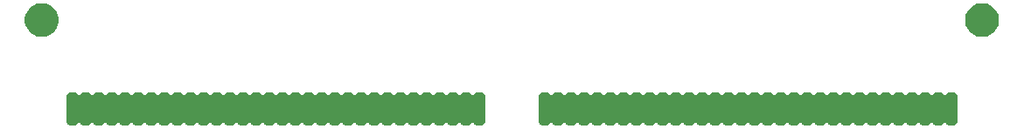
<source format=gbs>
G04 #@! TF.GenerationSoftware,KiCad,Pcbnew,(5.1.5-0-10_14)*
G04 #@! TF.CreationDate,2020-05-15T23:08:28-04:00*
G04 #@! TF.ProjectId,ROMSIMM,524f4d53-494d-44d2-9e6b-696361645f70,rev?*
G04 #@! TF.SameCoordinates,Original*
G04 #@! TF.FileFunction,Soldermask,Bot*
G04 #@! TF.FilePolarity,Negative*
%FSLAX46Y46*%
G04 Gerber Fmt 4.6, Leading zero omitted, Abs format (unit mm)*
G04 Created by KiCad (PCBNEW (5.1.5-0-10_14)) date 2020-05-15 23:08:28*
%MOMM*%
%LPD*%
G04 APERTURE LIST*
%ADD10C,0.100000*%
G04 APERTURE END LIST*
D10*
G36*
X78329734Y-124520044D02*
G01*
X78416388Y-124546330D01*
X78496245Y-124589015D01*
X78566241Y-124646459D01*
X78623685Y-124716455D01*
X78666369Y-124796311D01*
X78667082Y-124798660D01*
X78672799Y-124812460D01*
X78681097Y-124824880D01*
X78691660Y-124835443D01*
X78704080Y-124843742D01*
X78717881Y-124849458D01*
X78732531Y-124852372D01*
X78747469Y-124852372D01*
X78762120Y-124849458D01*
X78775920Y-124843741D01*
X78788340Y-124835443D01*
X78798903Y-124824880D01*
X78807202Y-124812460D01*
X78812918Y-124798660D01*
X78813631Y-124796311D01*
X78856315Y-124716455D01*
X78913759Y-124646459D01*
X78983755Y-124589015D01*
X79063612Y-124546330D01*
X79150266Y-124520044D01*
X79244123Y-124510800D01*
X79505877Y-124510800D01*
X79599734Y-124520044D01*
X79686388Y-124546330D01*
X79766245Y-124589015D01*
X79836241Y-124646459D01*
X79893685Y-124716455D01*
X79936369Y-124796311D01*
X79937082Y-124798660D01*
X79942799Y-124812460D01*
X79951097Y-124824880D01*
X79961660Y-124835443D01*
X79974080Y-124843742D01*
X79987881Y-124849458D01*
X80002531Y-124852372D01*
X80017469Y-124852372D01*
X80032120Y-124849458D01*
X80045920Y-124843741D01*
X80058340Y-124835443D01*
X80068903Y-124824880D01*
X80077202Y-124812460D01*
X80082918Y-124798660D01*
X80083631Y-124796311D01*
X80126315Y-124716455D01*
X80183759Y-124646459D01*
X80253755Y-124589015D01*
X80333612Y-124546330D01*
X80420266Y-124520044D01*
X80514123Y-124510800D01*
X80775877Y-124510800D01*
X80869734Y-124520044D01*
X80956388Y-124546330D01*
X81036245Y-124589015D01*
X81106241Y-124646459D01*
X81163685Y-124716455D01*
X81206369Y-124796311D01*
X81207082Y-124798660D01*
X81212799Y-124812460D01*
X81221097Y-124824880D01*
X81231660Y-124835443D01*
X81244080Y-124843742D01*
X81257881Y-124849458D01*
X81272531Y-124852372D01*
X81287469Y-124852372D01*
X81302120Y-124849458D01*
X81315920Y-124843741D01*
X81328340Y-124835443D01*
X81338903Y-124824880D01*
X81347202Y-124812460D01*
X81352918Y-124798660D01*
X81353631Y-124796311D01*
X81396315Y-124716455D01*
X81453759Y-124646459D01*
X81523755Y-124589015D01*
X81603612Y-124546330D01*
X81690266Y-124520044D01*
X81784123Y-124510800D01*
X82045877Y-124510800D01*
X82139734Y-124520044D01*
X82226388Y-124546330D01*
X82306245Y-124589015D01*
X82376241Y-124646459D01*
X82433685Y-124716455D01*
X82476369Y-124796311D01*
X82477082Y-124798660D01*
X82482799Y-124812460D01*
X82491097Y-124824880D01*
X82501660Y-124835443D01*
X82514080Y-124843742D01*
X82527881Y-124849458D01*
X82542531Y-124852372D01*
X82557469Y-124852372D01*
X82572120Y-124849458D01*
X82585920Y-124843741D01*
X82598340Y-124835443D01*
X82608903Y-124824880D01*
X82617202Y-124812460D01*
X82622918Y-124798660D01*
X82623631Y-124796311D01*
X82666315Y-124716455D01*
X82723759Y-124646459D01*
X82793755Y-124589015D01*
X82873612Y-124546330D01*
X82960266Y-124520044D01*
X83054123Y-124510800D01*
X83315877Y-124510800D01*
X83409734Y-124520044D01*
X83496388Y-124546330D01*
X83576245Y-124589015D01*
X83646241Y-124646459D01*
X83703685Y-124716455D01*
X83746369Y-124796311D01*
X83747082Y-124798660D01*
X83752799Y-124812460D01*
X83761097Y-124824880D01*
X83771660Y-124835443D01*
X83784080Y-124843742D01*
X83797881Y-124849458D01*
X83812531Y-124852372D01*
X83827469Y-124852372D01*
X83842120Y-124849458D01*
X83855920Y-124843741D01*
X83868340Y-124835443D01*
X83878903Y-124824880D01*
X83887202Y-124812460D01*
X83892918Y-124798660D01*
X83893631Y-124796311D01*
X83936315Y-124716455D01*
X83993759Y-124646459D01*
X84063755Y-124589015D01*
X84143612Y-124546330D01*
X84230266Y-124520044D01*
X84324123Y-124510800D01*
X84585877Y-124510800D01*
X84679734Y-124520044D01*
X84766388Y-124546330D01*
X84846245Y-124589015D01*
X84916241Y-124646459D01*
X84973685Y-124716455D01*
X85016369Y-124796311D01*
X85017082Y-124798660D01*
X85022799Y-124812460D01*
X85031097Y-124824880D01*
X85041660Y-124835443D01*
X85054080Y-124843742D01*
X85067881Y-124849458D01*
X85082531Y-124852372D01*
X85097469Y-124852372D01*
X85112120Y-124849458D01*
X85125920Y-124843741D01*
X85138340Y-124835443D01*
X85148903Y-124824880D01*
X85157202Y-124812460D01*
X85162918Y-124798660D01*
X85163631Y-124796311D01*
X85206315Y-124716455D01*
X85263759Y-124646459D01*
X85333755Y-124589015D01*
X85413612Y-124546330D01*
X85500266Y-124520044D01*
X85594123Y-124510800D01*
X85855877Y-124510800D01*
X85949734Y-124520044D01*
X86036388Y-124546330D01*
X86116245Y-124589015D01*
X86186241Y-124646459D01*
X86243685Y-124716455D01*
X86286369Y-124796311D01*
X86287082Y-124798660D01*
X86292799Y-124812460D01*
X86301097Y-124824880D01*
X86311660Y-124835443D01*
X86324080Y-124843742D01*
X86337881Y-124849458D01*
X86352531Y-124852372D01*
X86367469Y-124852372D01*
X86382120Y-124849458D01*
X86395920Y-124843741D01*
X86408340Y-124835443D01*
X86418903Y-124824880D01*
X86427202Y-124812460D01*
X86432918Y-124798660D01*
X86433631Y-124796311D01*
X86476315Y-124716455D01*
X86533759Y-124646459D01*
X86603755Y-124589015D01*
X86683612Y-124546330D01*
X86770266Y-124520044D01*
X86864123Y-124510800D01*
X87125877Y-124510800D01*
X87219734Y-124520044D01*
X87306388Y-124546330D01*
X87386245Y-124589015D01*
X87456241Y-124646459D01*
X87513685Y-124716455D01*
X87556369Y-124796311D01*
X87557082Y-124798660D01*
X87562799Y-124812460D01*
X87571097Y-124824880D01*
X87581660Y-124835443D01*
X87594080Y-124843742D01*
X87607881Y-124849458D01*
X87622531Y-124852372D01*
X87637469Y-124852372D01*
X87652120Y-124849458D01*
X87665920Y-124843741D01*
X87678340Y-124835443D01*
X87688903Y-124824880D01*
X87697202Y-124812460D01*
X87702918Y-124798660D01*
X87703631Y-124796311D01*
X87746315Y-124716455D01*
X87803759Y-124646459D01*
X87873755Y-124589015D01*
X87953612Y-124546330D01*
X88040266Y-124520044D01*
X88134123Y-124510800D01*
X88395877Y-124510800D01*
X88489734Y-124520044D01*
X88576388Y-124546330D01*
X88656245Y-124589015D01*
X88726241Y-124646459D01*
X88783685Y-124716455D01*
X88826369Y-124796311D01*
X88827082Y-124798660D01*
X88832799Y-124812460D01*
X88841097Y-124824880D01*
X88851660Y-124835443D01*
X88864080Y-124843742D01*
X88877881Y-124849458D01*
X88892531Y-124852372D01*
X88907469Y-124852372D01*
X88922120Y-124849458D01*
X88935920Y-124843741D01*
X88948340Y-124835443D01*
X88958903Y-124824880D01*
X88967202Y-124812460D01*
X88972918Y-124798660D01*
X88973631Y-124796311D01*
X89016315Y-124716455D01*
X89073759Y-124646459D01*
X89143755Y-124589015D01*
X89223612Y-124546330D01*
X89310266Y-124520044D01*
X89404123Y-124510800D01*
X89665877Y-124510800D01*
X89759734Y-124520044D01*
X89846388Y-124546330D01*
X89926245Y-124589015D01*
X89996241Y-124646459D01*
X90053685Y-124716455D01*
X90096369Y-124796311D01*
X90097082Y-124798660D01*
X90102799Y-124812460D01*
X90111097Y-124824880D01*
X90121660Y-124835443D01*
X90134080Y-124843742D01*
X90147881Y-124849458D01*
X90162531Y-124852372D01*
X90177469Y-124852372D01*
X90192120Y-124849458D01*
X90205920Y-124843741D01*
X90218340Y-124835443D01*
X90228903Y-124824880D01*
X90237202Y-124812460D01*
X90242918Y-124798660D01*
X90243631Y-124796311D01*
X90286315Y-124716455D01*
X90343759Y-124646459D01*
X90413755Y-124589015D01*
X90493612Y-124546330D01*
X90580266Y-124520044D01*
X90674123Y-124510800D01*
X90935877Y-124510800D01*
X91029734Y-124520044D01*
X91116388Y-124546330D01*
X91196245Y-124589015D01*
X91266241Y-124646459D01*
X91323685Y-124716455D01*
X91366369Y-124796311D01*
X91367082Y-124798660D01*
X91372799Y-124812460D01*
X91381097Y-124824880D01*
X91391660Y-124835443D01*
X91404080Y-124843742D01*
X91417881Y-124849458D01*
X91432531Y-124852372D01*
X91447469Y-124852372D01*
X91462120Y-124849458D01*
X91475920Y-124843741D01*
X91488340Y-124835443D01*
X91498903Y-124824880D01*
X91507202Y-124812460D01*
X91512918Y-124798660D01*
X91513631Y-124796311D01*
X91556315Y-124716455D01*
X91613759Y-124646459D01*
X91683755Y-124589015D01*
X91763612Y-124546330D01*
X91850266Y-124520044D01*
X91944123Y-124510800D01*
X92205877Y-124510800D01*
X92299734Y-124520044D01*
X92386388Y-124546330D01*
X92466245Y-124589015D01*
X92536241Y-124646459D01*
X92593685Y-124716455D01*
X92636369Y-124796311D01*
X92637082Y-124798660D01*
X92642799Y-124812460D01*
X92651097Y-124824880D01*
X92661660Y-124835443D01*
X92674080Y-124843742D01*
X92687881Y-124849458D01*
X92702531Y-124852372D01*
X92717469Y-124852372D01*
X92732120Y-124849458D01*
X92745920Y-124843741D01*
X92758340Y-124835443D01*
X92768903Y-124824880D01*
X92777202Y-124812460D01*
X92782918Y-124798660D01*
X92783631Y-124796311D01*
X92826315Y-124716455D01*
X92883759Y-124646459D01*
X92953755Y-124589015D01*
X93033612Y-124546330D01*
X93120266Y-124520044D01*
X93214123Y-124510800D01*
X93475877Y-124510800D01*
X93569734Y-124520044D01*
X93656388Y-124546330D01*
X93736245Y-124589015D01*
X93806241Y-124646459D01*
X93863685Y-124716455D01*
X93906369Y-124796311D01*
X93907082Y-124798660D01*
X93912799Y-124812460D01*
X93921097Y-124824880D01*
X93931660Y-124835443D01*
X93944080Y-124843742D01*
X93957881Y-124849458D01*
X93972531Y-124852372D01*
X93987469Y-124852372D01*
X94002120Y-124849458D01*
X94015920Y-124843741D01*
X94028340Y-124835443D01*
X94038903Y-124824880D01*
X94047202Y-124812460D01*
X94052918Y-124798660D01*
X94053631Y-124796311D01*
X94096315Y-124716455D01*
X94153759Y-124646459D01*
X94223755Y-124589015D01*
X94303612Y-124546330D01*
X94390266Y-124520044D01*
X94484123Y-124510800D01*
X94745877Y-124510800D01*
X94839734Y-124520044D01*
X94926388Y-124546330D01*
X95006245Y-124589015D01*
X95076241Y-124646459D01*
X95133685Y-124716455D01*
X95176369Y-124796311D01*
X95177082Y-124798660D01*
X95182799Y-124812460D01*
X95191097Y-124824880D01*
X95201660Y-124835443D01*
X95214080Y-124843742D01*
X95227881Y-124849458D01*
X95242531Y-124852372D01*
X95257469Y-124852372D01*
X95272120Y-124849458D01*
X95285920Y-124843741D01*
X95298340Y-124835443D01*
X95308903Y-124824880D01*
X95317202Y-124812460D01*
X95322918Y-124798660D01*
X95323631Y-124796311D01*
X95366315Y-124716455D01*
X95423759Y-124646459D01*
X95493755Y-124589015D01*
X95573612Y-124546330D01*
X95660266Y-124520044D01*
X95754123Y-124510800D01*
X96015877Y-124510800D01*
X96109734Y-124520044D01*
X96196388Y-124546330D01*
X96276245Y-124589015D01*
X96346241Y-124646459D01*
X96403685Y-124716455D01*
X96446369Y-124796311D01*
X96447082Y-124798660D01*
X96452799Y-124812460D01*
X96461097Y-124824880D01*
X96471660Y-124835443D01*
X96484080Y-124843742D01*
X96497881Y-124849458D01*
X96512531Y-124852372D01*
X96527469Y-124852372D01*
X96542120Y-124849458D01*
X96555920Y-124843741D01*
X96568340Y-124835443D01*
X96578903Y-124824880D01*
X96587202Y-124812460D01*
X96592918Y-124798660D01*
X96593631Y-124796311D01*
X96636315Y-124716455D01*
X96693759Y-124646459D01*
X96763755Y-124589015D01*
X96843612Y-124546330D01*
X96930266Y-124520044D01*
X97024123Y-124510800D01*
X97285877Y-124510800D01*
X97379734Y-124520044D01*
X97466388Y-124546330D01*
X97546245Y-124589015D01*
X97616241Y-124646459D01*
X97673685Y-124716455D01*
X97716369Y-124796311D01*
X97717082Y-124798660D01*
X97722799Y-124812460D01*
X97731097Y-124824880D01*
X97741660Y-124835443D01*
X97754080Y-124843742D01*
X97767881Y-124849458D01*
X97782531Y-124852372D01*
X97797469Y-124852372D01*
X97812120Y-124849458D01*
X97825920Y-124843741D01*
X97838340Y-124835443D01*
X97848903Y-124824880D01*
X97857202Y-124812460D01*
X97862918Y-124798660D01*
X97863631Y-124796311D01*
X97906315Y-124716455D01*
X97963759Y-124646459D01*
X98033755Y-124589015D01*
X98113612Y-124546330D01*
X98200266Y-124520044D01*
X98294123Y-124510800D01*
X98555877Y-124510800D01*
X98649734Y-124520044D01*
X98736388Y-124546330D01*
X98816245Y-124589015D01*
X98886241Y-124646459D01*
X98943685Y-124716455D01*
X98986369Y-124796311D01*
X98987082Y-124798660D01*
X98992799Y-124812460D01*
X99001097Y-124824880D01*
X99011660Y-124835443D01*
X99024080Y-124843742D01*
X99037881Y-124849458D01*
X99052531Y-124852372D01*
X99067469Y-124852372D01*
X99082120Y-124849458D01*
X99095920Y-124843741D01*
X99108340Y-124835443D01*
X99118903Y-124824880D01*
X99127202Y-124812460D01*
X99132918Y-124798660D01*
X99133631Y-124796311D01*
X99176315Y-124716455D01*
X99233759Y-124646459D01*
X99303755Y-124589015D01*
X99383612Y-124546330D01*
X99470266Y-124520044D01*
X99564123Y-124510800D01*
X99825877Y-124510800D01*
X99919734Y-124520044D01*
X100006388Y-124546330D01*
X100086245Y-124589015D01*
X100156241Y-124646459D01*
X100213685Y-124716455D01*
X100256369Y-124796311D01*
X100257082Y-124798660D01*
X100262799Y-124812460D01*
X100271097Y-124824880D01*
X100281660Y-124835443D01*
X100294080Y-124843742D01*
X100307881Y-124849458D01*
X100322531Y-124852372D01*
X100337469Y-124852372D01*
X100352120Y-124849458D01*
X100365920Y-124843741D01*
X100378340Y-124835443D01*
X100388903Y-124824880D01*
X100397202Y-124812460D01*
X100402918Y-124798660D01*
X100403631Y-124796311D01*
X100446315Y-124716455D01*
X100503759Y-124646459D01*
X100573755Y-124589015D01*
X100653612Y-124546330D01*
X100740266Y-124520044D01*
X100834123Y-124510800D01*
X101095877Y-124510800D01*
X101189734Y-124520044D01*
X101276388Y-124546330D01*
X101356245Y-124589015D01*
X101426241Y-124646459D01*
X101483685Y-124716455D01*
X101526369Y-124796311D01*
X101527082Y-124798660D01*
X101532799Y-124812460D01*
X101541097Y-124824880D01*
X101551660Y-124835443D01*
X101564080Y-124843742D01*
X101577881Y-124849458D01*
X101592531Y-124852372D01*
X101607469Y-124852372D01*
X101622120Y-124849458D01*
X101635920Y-124843741D01*
X101648340Y-124835443D01*
X101658903Y-124824880D01*
X101667202Y-124812460D01*
X101672918Y-124798660D01*
X101673631Y-124796311D01*
X101716315Y-124716455D01*
X101773759Y-124646459D01*
X101843755Y-124589015D01*
X101923612Y-124546330D01*
X102010266Y-124520044D01*
X102104123Y-124510800D01*
X102365877Y-124510800D01*
X102459734Y-124520044D01*
X102546388Y-124546330D01*
X102626245Y-124589015D01*
X102696241Y-124646459D01*
X102753685Y-124716455D01*
X102796369Y-124796311D01*
X102797082Y-124798660D01*
X102802799Y-124812460D01*
X102811097Y-124824880D01*
X102821660Y-124835443D01*
X102834080Y-124843742D01*
X102847881Y-124849458D01*
X102862531Y-124852372D01*
X102877469Y-124852372D01*
X102892120Y-124849458D01*
X102905920Y-124843741D01*
X102918340Y-124835443D01*
X102928903Y-124824880D01*
X102937202Y-124812460D01*
X102942918Y-124798660D01*
X102943631Y-124796311D01*
X102986315Y-124716455D01*
X103043759Y-124646459D01*
X103113755Y-124589015D01*
X103193612Y-124546330D01*
X103280266Y-124520044D01*
X103374123Y-124510800D01*
X103635877Y-124510800D01*
X103729734Y-124520044D01*
X103816388Y-124546330D01*
X103896245Y-124589015D01*
X103966241Y-124646459D01*
X104023685Y-124716455D01*
X104066369Y-124796311D01*
X104067082Y-124798660D01*
X104072799Y-124812460D01*
X104081097Y-124824880D01*
X104091660Y-124835443D01*
X104104080Y-124843742D01*
X104117881Y-124849458D01*
X104132531Y-124852372D01*
X104147469Y-124852372D01*
X104162120Y-124849458D01*
X104175920Y-124843741D01*
X104188340Y-124835443D01*
X104198903Y-124824880D01*
X104207202Y-124812460D01*
X104212918Y-124798660D01*
X104213631Y-124796311D01*
X104256315Y-124716455D01*
X104313759Y-124646459D01*
X104383755Y-124589015D01*
X104463612Y-124546330D01*
X104550266Y-124520044D01*
X104644123Y-124510800D01*
X104905877Y-124510800D01*
X104999734Y-124520044D01*
X105086388Y-124546330D01*
X105166245Y-124589015D01*
X105236241Y-124646459D01*
X105293685Y-124716455D01*
X105336369Y-124796311D01*
X105337082Y-124798660D01*
X105342799Y-124812460D01*
X105351097Y-124824880D01*
X105361660Y-124835443D01*
X105374080Y-124843742D01*
X105387881Y-124849458D01*
X105402531Y-124852372D01*
X105417469Y-124852372D01*
X105432120Y-124849458D01*
X105445920Y-124843741D01*
X105458340Y-124835443D01*
X105468903Y-124824880D01*
X105477202Y-124812460D01*
X105482918Y-124798660D01*
X105483631Y-124796311D01*
X105526315Y-124716455D01*
X105583759Y-124646459D01*
X105653755Y-124589015D01*
X105733612Y-124546330D01*
X105820266Y-124520044D01*
X105914123Y-124510800D01*
X106175877Y-124510800D01*
X106269734Y-124520044D01*
X106356388Y-124546330D01*
X106436245Y-124589015D01*
X106506241Y-124646459D01*
X106563685Y-124716455D01*
X106606369Y-124796311D01*
X106607082Y-124798660D01*
X106612799Y-124812460D01*
X106621097Y-124824880D01*
X106631660Y-124835443D01*
X106644080Y-124843742D01*
X106657881Y-124849458D01*
X106672531Y-124852372D01*
X106687469Y-124852372D01*
X106702120Y-124849458D01*
X106715920Y-124843741D01*
X106728340Y-124835443D01*
X106738903Y-124824880D01*
X106747202Y-124812460D01*
X106752918Y-124798660D01*
X106753631Y-124796311D01*
X106796315Y-124716455D01*
X106853759Y-124646459D01*
X106923755Y-124589015D01*
X107003612Y-124546330D01*
X107090266Y-124520044D01*
X107184123Y-124510800D01*
X107445877Y-124510800D01*
X107539734Y-124520044D01*
X107626388Y-124546330D01*
X107706245Y-124589015D01*
X107776241Y-124646459D01*
X107833685Y-124716455D01*
X107876369Y-124796311D01*
X107877082Y-124798660D01*
X107882799Y-124812460D01*
X107891097Y-124824880D01*
X107901660Y-124835443D01*
X107914080Y-124843742D01*
X107927881Y-124849458D01*
X107942531Y-124852372D01*
X107957469Y-124852372D01*
X107972120Y-124849458D01*
X107985920Y-124843741D01*
X107998340Y-124835443D01*
X108008903Y-124824880D01*
X108017202Y-124812460D01*
X108022918Y-124798660D01*
X108023631Y-124796311D01*
X108066315Y-124716455D01*
X108123759Y-124646459D01*
X108193755Y-124589015D01*
X108273612Y-124546330D01*
X108360266Y-124520044D01*
X108454123Y-124510800D01*
X108715877Y-124510800D01*
X108809734Y-124520044D01*
X108896388Y-124546330D01*
X108976245Y-124589015D01*
X109046241Y-124646459D01*
X109103685Y-124716455D01*
X109146369Y-124796311D01*
X109147082Y-124798660D01*
X109152799Y-124812460D01*
X109161097Y-124824880D01*
X109171660Y-124835443D01*
X109184080Y-124843742D01*
X109197881Y-124849458D01*
X109212531Y-124852372D01*
X109227469Y-124852372D01*
X109242120Y-124849458D01*
X109255920Y-124843741D01*
X109268340Y-124835443D01*
X109278903Y-124824880D01*
X109287202Y-124812460D01*
X109292918Y-124798660D01*
X109293631Y-124796311D01*
X109336315Y-124716455D01*
X109393759Y-124646459D01*
X109463755Y-124589015D01*
X109543612Y-124546330D01*
X109630266Y-124520044D01*
X109724123Y-124510800D01*
X109985877Y-124510800D01*
X110079734Y-124520044D01*
X110166388Y-124546330D01*
X110246245Y-124589015D01*
X110316241Y-124646459D01*
X110373685Y-124716455D01*
X110416369Y-124796311D01*
X110417082Y-124798660D01*
X110422799Y-124812460D01*
X110431097Y-124824880D01*
X110441660Y-124835443D01*
X110454080Y-124843742D01*
X110467881Y-124849458D01*
X110482531Y-124852372D01*
X110497469Y-124852372D01*
X110512120Y-124849458D01*
X110525920Y-124843741D01*
X110538340Y-124835443D01*
X110548903Y-124824880D01*
X110557202Y-124812460D01*
X110562918Y-124798660D01*
X110563631Y-124796311D01*
X110606315Y-124716455D01*
X110663759Y-124646459D01*
X110733755Y-124589015D01*
X110813612Y-124546330D01*
X110900266Y-124520044D01*
X110994123Y-124510800D01*
X111255877Y-124510800D01*
X111349734Y-124520044D01*
X111436388Y-124546330D01*
X111516245Y-124589015D01*
X111586241Y-124646459D01*
X111643685Y-124716455D01*
X111686369Y-124796311D01*
X111687082Y-124798660D01*
X111692799Y-124812460D01*
X111701097Y-124824880D01*
X111711660Y-124835443D01*
X111724080Y-124843742D01*
X111737881Y-124849458D01*
X111752531Y-124852372D01*
X111767469Y-124852372D01*
X111782120Y-124849458D01*
X111795920Y-124843741D01*
X111808340Y-124835443D01*
X111818903Y-124824880D01*
X111827202Y-124812460D01*
X111832918Y-124798660D01*
X111833631Y-124796311D01*
X111876315Y-124716455D01*
X111933759Y-124646459D01*
X112003755Y-124589015D01*
X112083612Y-124546330D01*
X112170266Y-124520044D01*
X112264123Y-124510800D01*
X112525877Y-124510800D01*
X112619734Y-124520044D01*
X112706388Y-124546330D01*
X112786245Y-124589015D01*
X112856241Y-124646459D01*
X112913685Y-124716455D01*
X112956369Y-124796311D01*
X112957082Y-124798660D01*
X112962799Y-124812460D01*
X112971097Y-124824880D01*
X112981660Y-124835443D01*
X112994080Y-124843742D01*
X113007881Y-124849458D01*
X113022531Y-124852372D01*
X113037469Y-124852372D01*
X113052120Y-124849458D01*
X113065920Y-124843741D01*
X113078340Y-124835443D01*
X113088903Y-124824880D01*
X113097202Y-124812460D01*
X113102918Y-124798660D01*
X113103631Y-124796311D01*
X113146315Y-124716455D01*
X113203759Y-124646459D01*
X113273755Y-124589015D01*
X113353612Y-124546330D01*
X113440266Y-124520044D01*
X113534123Y-124510800D01*
X113795877Y-124510800D01*
X113889734Y-124520044D01*
X113976388Y-124546330D01*
X114056245Y-124589015D01*
X114126241Y-124646459D01*
X114183685Y-124716455D01*
X114226369Y-124796311D01*
X114227082Y-124798660D01*
X114232799Y-124812460D01*
X114241097Y-124824880D01*
X114251660Y-124835443D01*
X114264080Y-124843742D01*
X114277881Y-124849458D01*
X114292531Y-124852372D01*
X114307469Y-124852372D01*
X114322120Y-124849458D01*
X114335920Y-124843741D01*
X114348340Y-124835443D01*
X114358903Y-124824880D01*
X114367202Y-124812460D01*
X114372918Y-124798660D01*
X114373631Y-124796311D01*
X114416315Y-124716455D01*
X114473759Y-124646459D01*
X114543755Y-124589015D01*
X114623612Y-124546330D01*
X114710266Y-124520044D01*
X114804123Y-124510800D01*
X115065877Y-124510800D01*
X115159734Y-124520044D01*
X115246388Y-124546330D01*
X115326245Y-124589015D01*
X115396241Y-124646459D01*
X115453685Y-124716455D01*
X115496369Y-124796311D01*
X115497082Y-124798660D01*
X115502799Y-124812460D01*
X115511097Y-124824880D01*
X115521660Y-124835443D01*
X115534080Y-124843742D01*
X115547881Y-124849458D01*
X115562531Y-124852372D01*
X115577469Y-124852372D01*
X115592120Y-124849458D01*
X115605920Y-124843741D01*
X115618340Y-124835443D01*
X115628903Y-124824880D01*
X115637202Y-124812460D01*
X115642918Y-124798660D01*
X115643631Y-124796311D01*
X115686315Y-124716455D01*
X115743759Y-124646459D01*
X115813755Y-124589015D01*
X115893612Y-124546330D01*
X115980266Y-124520044D01*
X116074123Y-124510800D01*
X116335877Y-124510800D01*
X116429734Y-124520044D01*
X116516388Y-124546330D01*
X116596245Y-124589015D01*
X116666241Y-124646459D01*
X116723685Y-124716455D01*
X116766369Y-124796311D01*
X116767082Y-124798660D01*
X116772799Y-124812460D01*
X116781097Y-124824880D01*
X116791660Y-124835443D01*
X116804080Y-124843742D01*
X116817881Y-124849458D01*
X116832531Y-124852372D01*
X116847469Y-124852372D01*
X116862120Y-124849458D01*
X116875920Y-124843741D01*
X116888340Y-124835443D01*
X116898903Y-124824880D01*
X116907202Y-124812460D01*
X116912918Y-124798660D01*
X116913631Y-124796311D01*
X116956315Y-124716455D01*
X117013759Y-124646459D01*
X117083755Y-124589015D01*
X117163612Y-124546330D01*
X117250266Y-124520044D01*
X117344123Y-124510800D01*
X117605877Y-124510800D01*
X117699734Y-124520044D01*
X117786388Y-124546330D01*
X117866245Y-124589015D01*
X117936241Y-124646459D01*
X117993685Y-124716455D01*
X118036370Y-124796312D01*
X118062656Y-124882966D01*
X118071900Y-124976823D01*
X118071900Y-127245177D01*
X118062656Y-127339034D01*
X118036370Y-127425688D01*
X117993685Y-127505545D01*
X117936241Y-127575541D01*
X117866245Y-127632985D01*
X117786388Y-127675670D01*
X117699734Y-127701956D01*
X117605877Y-127711200D01*
X117344123Y-127711200D01*
X117250266Y-127701956D01*
X117163612Y-127675670D01*
X117083755Y-127632985D01*
X117013759Y-127575541D01*
X116956315Y-127505545D01*
X116913631Y-127425689D01*
X116912918Y-127423340D01*
X116907201Y-127409540D01*
X116898903Y-127397120D01*
X116888340Y-127386557D01*
X116875920Y-127378258D01*
X116862119Y-127372542D01*
X116847469Y-127369628D01*
X116832531Y-127369628D01*
X116817880Y-127372542D01*
X116804080Y-127378259D01*
X116791660Y-127386557D01*
X116781097Y-127397120D01*
X116772798Y-127409540D01*
X116767082Y-127423340D01*
X116766369Y-127425689D01*
X116723685Y-127505545D01*
X116666241Y-127575541D01*
X116596245Y-127632985D01*
X116516388Y-127675670D01*
X116429734Y-127701956D01*
X116335877Y-127711200D01*
X116074123Y-127711200D01*
X115980266Y-127701956D01*
X115893612Y-127675670D01*
X115813755Y-127632985D01*
X115743759Y-127575541D01*
X115686315Y-127505545D01*
X115643631Y-127425689D01*
X115642918Y-127423340D01*
X115637201Y-127409540D01*
X115628903Y-127397120D01*
X115618340Y-127386557D01*
X115605920Y-127378258D01*
X115592119Y-127372542D01*
X115577469Y-127369628D01*
X115562531Y-127369628D01*
X115547880Y-127372542D01*
X115534080Y-127378259D01*
X115521660Y-127386557D01*
X115511097Y-127397120D01*
X115502798Y-127409540D01*
X115497082Y-127423340D01*
X115496369Y-127425689D01*
X115453685Y-127505545D01*
X115396241Y-127575541D01*
X115326245Y-127632985D01*
X115246388Y-127675670D01*
X115159734Y-127701956D01*
X115065877Y-127711200D01*
X114804123Y-127711200D01*
X114710266Y-127701956D01*
X114623612Y-127675670D01*
X114543755Y-127632985D01*
X114473759Y-127575541D01*
X114416315Y-127505545D01*
X114373631Y-127425689D01*
X114372918Y-127423340D01*
X114367201Y-127409540D01*
X114358903Y-127397120D01*
X114348340Y-127386557D01*
X114335920Y-127378258D01*
X114322119Y-127372542D01*
X114307469Y-127369628D01*
X114292531Y-127369628D01*
X114277880Y-127372542D01*
X114264080Y-127378259D01*
X114251660Y-127386557D01*
X114241097Y-127397120D01*
X114232798Y-127409540D01*
X114227082Y-127423340D01*
X114226369Y-127425689D01*
X114183685Y-127505545D01*
X114126241Y-127575541D01*
X114056245Y-127632985D01*
X113976388Y-127675670D01*
X113889734Y-127701956D01*
X113795877Y-127711200D01*
X113534123Y-127711200D01*
X113440266Y-127701956D01*
X113353612Y-127675670D01*
X113273755Y-127632985D01*
X113203759Y-127575541D01*
X113146315Y-127505545D01*
X113103631Y-127425689D01*
X113102918Y-127423340D01*
X113097201Y-127409540D01*
X113088903Y-127397120D01*
X113078340Y-127386557D01*
X113065920Y-127378258D01*
X113052119Y-127372542D01*
X113037469Y-127369628D01*
X113022531Y-127369628D01*
X113007880Y-127372542D01*
X112994080Y-127378259D01*
X112981660Y-127386557D01*
X112971097Y-127397120D01*
X112962798Y-127409540D01*
X112957082Y-127423340D01*
X112956369Y-127425689D01*
X112913685Y-127505545D01*
X112856241Y-127575541D01*
X112786245Y-127632985D01*
X112706388Y-127675670D01*
X112619734Y-127701956D01*
X112525877Y-127711200D01*
X112264123Y-127711200D01*
X112170266Y-127701956D01*
X112083612Y-127675670D01*
X112003755Y-127632985D01*
X111933759Y-127575541D01*
X111876315Y-127505545D01*
X111833631Y-127425689D01*
X111832918Y-127423340D01*
X111827201Y-127409540D01*
X111818903Y-127397120D01*
X111808340Y-127386557D01*
X111795920Y-127378258D01*
X111782119Y-127372542D01*
X111767469Y-127369628D01*
X111752531Y-127369628D01*
X111737880Y-127372542D01*
X111724080Y-127378259D01*
X111711660Y-127386557D01*
X111701097Y-127397120D01*
X111692798Y-127409540D01*
X111687082Y-127423340D01*
X111686369Y-127425689D01*
X111643685Y-127505545D01*
X111586241Y-127575541D01*
X111516245Y-127632985D01*
X111436388Y-127675670D01*
X111349734Y-127701956D01*
X111255877Y-127711200D01*
X110994123Y-127711200D01*
X110900266Y-127701956D01*
X110813612Y-127675670D01*
X110733755Y-127632985D01*
X110663759Y-127575541D01*
X110606315Y-127505545D01*
X110563631Y-127425689D01*
X110562918Y-127423340D01*
X110557201Y-127409540D01*
X110548903Y-127397120D01*
X110538340Y-127386557D01*
X110525920Y-127378258D01*
X110512119Y-127372542D01*
X110497469Y-127369628D01*
X110482531Y-127369628D01*
X110467880Y-127372542D01*
X110454080Y-127378259D01*
X110441660Y-127386557D01*
X110431097Y-127397120D01*
X110422798Y-127409540D01*
X110417082Y-127423340D01*
X110416369Y-127425689D01*
X110373685Y-127505545D01*
X110316241Y-127575541D01*
X110246245Y-127632985D01*
X110166388Y-127675670D01*
X110079734Y-127701956D01*
X109985877Y-127711200D01*
X109724123Y-127711200D01*
X109630266Y-127701956D01*
X109543612Y-127675670D01*
X109463755Y-127632985D01*
X109393759Y-127575541D01*
X109336315Y-127505545D01*
X109293631Y-127425689D01*
X109292918Y-127423340D01*
X109287201Y-127409540D01*
X109278903Y-127397120D01*
X109268340Y-127386557D01*
X109255920Y-127378258D01*
X109242119Y-127372542D01*
X109227469Y-127369628D01*
X109212531Y-127369628D01*
X109197880Y-127372542D01*
X109184080Y-127378259D01*
X109171660Y-127386557D01*
X109161097Y-127397120D01*
X109152798Y-127409540D01*
X109147082Y-127423340D01*
X109146369Y-127425689D01*
X109103685Y-127505545D01*
X109046241Y-127575541D01*
X108976245Y-127632985D01*
X108896388Y-127675670D01*
X108809734Y-127701956D01*
X108715877Y-127711200D01*
X108454123Y-127711200D01*
X108360266Y-127701956D01*
X108273612Y-127675670D01*
X108193755Y-127632985D01*
X108123759Y-127575541D01*
X108066315Y-127505545D01*
X108023631Y-127425689D01*
X108022918Y-127423340D01*
X108017201Y-127409540D01*
X108008903Y-127397120D01*
X107998340Y-127386557D01*
X107985920Y-127378258D01*
X107972119Y-127372542D01*
X107957469Y-127369628D01*
X107942531Y-127369628D01*
X107927880Y-127372542D01*
X107914080Y-127378259D01*
X107901660Y-127386557D01*
X107891097Y-127397120D01*
X107882798Y-127409540D01*
X107877082Y-127423340D01*
X107876369Y-127425689D01*
X107833685Y-127505545D01*
X107776241Y-127575541D01*
X107706245Y-127632985D01*
X107626388Y-127675670D01*
X107539734Y-127701956D01*
X107445877Y-127711200D01*
X107184123Y-127711200D01*
X107090266Y-127701956D01*
X107003612Y-127675670D01*
X106923755Y-127632985D01*
X106853759Y-127575541D01*
X106796315Y-127505545D01*
X106753631Y-127425689D01*
X106752918Y-127423340D01*
X106747201Y-127409540D01*
X106738903Y-127397120D01*
X106728340Y-127386557D01*
X106715920Y-127378258D01*
X106702119Y-127372542D01*
X106687469Y-127369628D01*
X106672531Y-127369628D01*
X106657880Y-127372542D01*
X106644080Y-127378259D01*
X106631660Y-127386557D01*
X106621097Y-127397120D01*
X106612798Y-127409540D01*
X106607082Y-127423340D01*
X106606369Y-127425689D01*
X106563685Y-127505545D01*
X106506241Y-127575541D01*
X106436245Y-127632985D01*
X106356388Y-127675670D01*
X106269734Y-127701956D01*
X106175877Y-127711200D01*
X105914123Y-127711200D01*
X105820266Y-127701956D01*
X105733612Y-127675670D01*
X105653755Y-127632985D01*
X105583759Y-127575541D01*
X105526315Y-127505545D01*
X105483631Y-127425689D01*
X105482918Y-127423340D01*
X105477201Y-127409540D01*
X105468903Y-127397120D01*
X105458340Y-127386557D01*
X105445920Y-127378258D01*
X105432119Y-127372542D01*
X105417469Y-127369628D01*
X105402531Y-127369628D01*
X105387880Y-127372542D01*
X105374080Y-127378259D01*
X105361660Y-127386557D01*
X105351097Y-127397120D01*
X105342798Y-127409540D01*
X105337082Y-127423340D01*
X105336369Y-127425689D01*
X105293685Y-127505545D01*
X105236241Y-127575541D01*
X105166245Y-127632985D01*
X105086388Y-127675670D01*
X104999734Y-127701956D01*
X104905877Y-127711200D01*
X104644123Y-127711200D01*
X104550266Y-127701956D01*
X104463612Y-127675670D01*
X104383755Y-127632985D01*
X104313759Y-127575541D01*
X104256315Y-127505545D01*
X104213631Y-127425689D01*
X104212918Y-127423340D01*
X104207201Y-127409540D01*
X104198903Y-127397120D01*
X104188340Y-127386557D01*
X104175920Y-127378258D01*
X104162119Y-127372542D01*
X104147469Y-127369628D01*
X104132531Y-127369628D01*
X104117880Y-127372542D01*
X104104080Y-127378259D01*
X104091660Y-127386557D01*
X104081097Y-127397120D01*
X104072798Y-127409540D01*
X104067082Y-127423340D01*
X104066369Y-127425689D01*
X104023685Y-127505545D01*
X103966241Y-127575541D01*
X103896245Y-127632985D01*
X103816388Y-127675670D01*
X103729734Y-127701956D01*
X103635877Y-127711200D01*
X103374123Y-127711200D01*
X103280266Y-127701956D01*
X103193612Y-127675670D01*
X103113755Y-127632985D01*
X103043759Y-127575541D01*
X102986315Y-127505545D01*
X102943631Y-127425689D01*
X102942918Y-127423340D01*
X102937201Y-127409540D01*
X102928903Y-127397120D01*
X102918340Y-127386557D01*
X102905920Y-127378258D01*
X102892119Y-127372542D01*
X102877469Y-127369628D01*
X102862531Y-127369628D01*
X102847880Y-127372542D01*
X102834080Y-127378259D01*
X102821660Y-127386557D01*
X102811097Y-127397120D01*
X102802798Y-127409540D01*
X102797082Y-127423340D01*
X102796369Y-127425689D01*
X102753685Y-127505545D01*
X102696241Y-127575541D01*
X102626245Y-127632985D01*
X102546388Y-127675670D01*
X102459734Y-127701956D01*
X102365877Y-127711200D01*
X102104123Y-127711200D01*
X102010266Y-127701956D01*
X101923612Y-127675670D01*
X101843755Y-127632985D01*
X101773759Y-127575541D01*
X101716315Y-127505545D01*
X101673631Y-127425689D01*
X101672918Y-127423340D01*
X101667201Y-127409540D01*
X101658903Y-127397120D01*
X101648340Y-127386557D01*
X101635920Y-127378258D01*
X101622119Y-127372542D01*
X101607469Y-127369628D01*
X101592531Y-127369628D01*
X101577880Y-127372542D01*
X101564080Y-127378259D01*
X101551660Y-127386557D01*
X101541097Y-127397120D01*
X101532798Y-127409540D01*
X101527082Y-127423340D01*
X101526369Y-127425689D01*
X101483685Y-127505545D01*
X101426241Y-127575541D01*
X101356245Y-127632985D01*
X101276388Y-127675670D01*
X101189734Y-127701956D01*
X101095877Y-127711200D01*
X100834123Y-127711200D01*
X100740266Y-127701956D01*
X100653612Y-127675670D01*
X100573755Y-127632985D01*
X100503759Y-127575541D01*
X100446315Y-127505545D01*
X100403631Y-127425689D01*
X100402918Y-127423340D01*
X100397201Y-127409540D01*
X100388903Y-127397120D01*
X100378340Y-127386557D01*
X100365920Y-127378258D01*
X100352119Y-127372542D01*
X100337469Y-127369628D01*
X100322531Y-127369628D01*
X100307880Y-127372542D01*
X100294080Y-127378259D01*
X100281660Y-127386557D01*
X100271097Y-127397120D01*
X100262798Y-127409540D01*
X100257082Y-127423340D01*
X100256369Y-127425689D01*
X100213685Y-127505545D01*
X100156241Y-127575541D01*
X100086245Y-127632985D01*
X100006388Y-127675670D01*
X99919734Y-127701956D01*
X99825877Y-127711200D01*
X99564123Y-127711200D01*
X99470266Y-127701956D01*
X99383612Y-127675670D01*
X99303755Y-127632985D01*
X99233759Y-127575541D01*
X99176315Y-127505545D01*
X99133631Y-127425689D01*
X99132918Y-127423340D01*
X99127201Y-127409540D01*
X99118903Y-127397120D01*
X99108340Y-127386557D01*
X99095920Y-127378258D01*
X99082119Y-127372542D01*
X99067469Y-127369628D01*
X99052531Y-127369628D01*
X99037880Y-127372542D01*
X99024080Y-127378259D01*
X99011660Y-127386557D01*
X99001097Y-127397120D01*
X98992798Y-127409540D01*
X98987082Y-127423340D01*
X98986369Y-127425689D01*
X98943685Y-127505545D01*
X98886241Y-127575541D01*
X98816245Y-127632985D01*
X98736388Y-127675670D01*
X98649734Y-127701956D01*
X98555877Y-127711200D01*
X98294123Y-127711200D01*
X98200266Y-127701956D01*
X98113612Y-127675670D01*
X98033755Y-127632985D01*
X97963759Y-127575541D01*
X97906315Y-127505545D01*
X97863631Y-127425689D01*
X97862918Y-127423340D01*
X97857201Y-127409540D01*
X97848903Y-127397120D01*
X97838340Y-127386557D01*
X97825920Y-127378258D01*
X97812119Y-127372542D01*
X97797469Y-127369628D01*
X97782531Y-127369628D01*
X97767880Y-127372542D01*
X97754080Y-127378259D01*
X97741660Y-127386557D01*
X97731097Y-127397120D01*
X97722798Y-127409540D01*
X97717082Y-127423340D01*
X97716369Y-127425689D01*
X97673685Y-127505545D01*
X97616241Y-127575541D01*
X97546245Y-127632985D01*
X97466388Y-127675670D01*
X97379734Y-127701956D01*
X97285877Y-127711200D01*
X97024123Y-127711200D01*
X96930266Y-127701956D01*
X96843612Y-127675670D01*
X96763755Y-127632985D01*
X96693759Y-127575541D01*
X96636315Y-127505545D01*
X96593631Y-127425689D01*
X96592918Y-127423340D01*
X96587201Y-127409540D01*
X96578903Y-127397120D01*
X96568340Y-127386557D01*
X96555920Y-127378258D01*
X96542119Y-127372542D01*
X96527469Y-127369628D01*
X96512531Y-127369628D01*
X96497880Y-127372542D01*
X96484080Y-127378259D01*
X96471660Y-127386557D01*
X96461097Y-127397120D01*
X96452798Y-127409540D01*
X96447082Y-127423340D01*
X96446369Y-127425689D01*
X96403685Y-127505545D01*
X96346241Y-127575541D01*
X96276245Y-127632985D01*
X96196388Y-127675670D01*
X96109734Y-127701956D01*
X96015877Y-127711200D01*
X95754123Y-127711200D01*
X95660266Y-127701956D01*
X95573612Y-127675670D01*
X95493755Y-127632985D01*
X95423759Y-127575541D01*
X95366315Y-127505545D01*
X95323631Y-127425689D01*
X95322918Y-127423340D01*
X95317201Y-127409540D01*
X95308903Y-127397120D01*
X95298340Y-127386557D01*
X95285920Y-127378258D01*
X95272119Y-127372542D01*
X95257469Y-127369628D01*
X95242531Y-127369628D01*
X95227880Y-127372542D01*
X95214080Y-127378259D01*
X95201660Y-127386557D01*
X95191097Y-127397120D01*
X95182798Y-127409540D01*
X95177082Y-127423340D01*
X95176369Y-127425689D01*
X95133685Y-127505545D01*
X95076241Y-127575541D01*
X95006245Y-127632985D01*
X94926388Y-127675670D01*
X94839734Y-127701956D01*
X94745877Y-127711200D01*
X94484123Y-127711200D01*
X94390266Y-127701956D01*
X94303612Y-127675670D01*
X94223755Y-127632985D01*
X94153759Y-127575541D01*
X94096315Y-127505545D01*
X94053631Y-127425689D01*
X94052918Y-127423340D01*
X94047201Y-127409540D01*
X94038903Y-127397120D01*
X94028340Y-127386557D01*
X94015920Y-127378258D01*
X94002119Y-127372542D01*
X93987469Y-127369628D01*
X93972531Y-127369628D01*
X93957880Y-127372542D01*
X93944080Y-127378259D01*
X93931660Y-127386557D01*
X93921097Y-127397120D01*
X93912798Y-127409540D01*
X93907082Y-127423340D01*
X93906369Y-127425689D01*
X93863685Y-127505545D01*
X93806241Y-127575541D01*
X93736245Y-127632985D01*
X93656388Y-127675670D01*
X93569734Y-127701956D01*
X93475877Y-127711200D01*
X93214123Y-127711200D01*
X93120266Y-127701956D01*
X93033612Y-127675670D01*
X92953755Y-127632985D01*
X92883759Y-127575541D01*
X92826315Y-127505545D01*
X92783631Y-127425689D01*
X92782918Y-127423340D01*
X92777201Y-127409540D01*
X92768903Y-127397120D01*
X92758340Y-127386557D01*
X92745920Y-127378258D01*
X92732119Y-127372542D01*
X92717469Y-127369628D01*
X92702531Y-127369628D01*
X92687880Y-127372542D01*
X92674080Y-127378259D01*
X92661660Y-127386557D01*
X92651097Y-127397120D01*
X92642798Y-127409540D01*
X92637082Y-127423340D01*
X92636369Y-127425689D01*
X92593685Y-127505545D01*
X92536241Y-127575541D01*
X92466245Y-127632985D01*
X92386388Y-127675670D01*
X92299734Y-127701956D01*
X92205877Y-127711200D01*
X91944123Y-127711200D01*
X91850266Y-127701956D01*
X91763612Y-127675670D01*
X91683755Y-127632985D01*
X91613759Y-127575541D01*
X91556315Y-127505545D01*
X91513631Y-127425689D01*
X91512918Y-127423340D01*
X91507201Y-127409540D01*
X91498903Y-127397120D01*
X91488340Y-127386557D01*
X91475920Y-127378258D01*
X91462119Y-127372542D01*
X91447469Y-127369628D01*
X91432531Y-127369628D01*
X91417880Y-127372542D01*
X91404080Y-127378259D01*
X91391660Y-127386557D01*
X91381097Y-127397120D01*
X91372798Y-127409540D01*
X91367082Y-127423340D01*
X91366369Y-127425689D01*
X91323685Y-127505545D01*
X91266241Y-127575541D01*
X91196245Y-127632985D01*
X91116388Y-127675670D01*
X91029734Y-127701956D01*
X90935877Y-127711200D01*
X90674123Y-127711200D01*
X90580266Y-127701956D01*
X90493612Y-127675670D01*
X90413755Y-127632985D01*
X90343759Y-127575541D01*
X90286315Y-127505545D01*
X90243631Y-127425689D01*
X90242918Y-127423340D01*
X90237201Y-127409540D01*
X90228903Y-127397120D01*
X90218340Y-127386557D01*
X90205920Y-127378258D01*
X90192119Y-127372542D01*
X90177469Y-127369628D01*
X90162531Y-127369628D01*
X90147880Y-127372542D01*
X90134080Y-127378259D01*
X90121660Y-127386557D01*
X90111097Y-127397120D01*
X90102798Y-127409540D01*
X90097082Y-127423340D01*
X90096369Y-127425689D01*
X90053685Y-127505545D01*
X89996241Y-127575541D01*
X89926245Y-127632985D01*
X89846388Y-127675670D01*
X89759734Y-127701956D01*
X89665877Y-127711200D01*
X89404123Y-127711200D01*
X89310266Y-127701956D01*
X89223612Y-127675670D01*
X89143755Y-127632985D01*
X89073759Y-127575541D01*
X89016315Y-127505545D01*
X88973631Y-127425689D01*
X88972918Y-127423340D01*
X88967201Y-127409540D01*
X88958903Y-127397120D01*
X88948340Y-127386557D01*
X88935920Y-127378258D01*
X88922119Y-127372542D01*
X88907469Y-127369628D01*
X88892531Y-127369628D01*
X88877880Y-127372542D01*
X88864080Y-127378259D01*
X88851660Y-127386557D01*
X88841097Y-127397120D01*
X88832798Y-127409540D01*
X88827082Y-127423340D01*
X88826369Y-127425689D01*
X88783685Y-127505545D01*
X88726241Y-127575541D01*
X88656245Y-127632985D01*
X88576388Y-127675670D01*
X88489734Y-127701956D01*
X88395877Y-127711200D01*
X88134123Y-127711200D01*
X88040266Y-127701956D01*
X87953612Y-127675670D01*
X87873755Y-127632985D01*
X87803759Y-127575541D01*
X87746315Y-127505545D01*
X87703631Y-127425689D01*
X87702918Y-127423340D01*
X87697201Y-127409540D01*
X87688903Y-127397120D01*
X87678340Y-127386557D01*
X87665920Y-127378258D01*
X87652119Y-127372542D01*
X87637469Y-127369628D01*
X87622531Y-127369628D01*
X87607880Y-127372542D01*
X87594080Y-127378259D01*
X87581660Y-127386557D01*
X87571097Y-127397120D01*
X87562798Y-127409540D01*
X87557082Y-127423340D01*
X87556369Y-127425689D01*
X87513685Y-127505545D01*
X87456241Y-127575541D01*
X87386245Y-127632985D01*
X87306388Y-127675670D01*
X87219734Y-127701956D01*
X87125877Y-127711200D01*
X86864123Y-127711200D01*
X86770266Y-127701956D01*
X86683612Y-127675670D01*
X86603755Y-127632985D01*
X86533759Y-127575541D01*
X86476315Y-127505545D01*
X86433631Y-127425689D01*
X86432918Y-127423340D01*
X86427201Y-127409540D01*
X86418903Y-127397120D01*
X86408340Y-127386557D01*
X86395920Y-127378258D01*
X86382119Y-127372542D01*
X86367469Y-127369628D01*
X86352531Y-127369628D01*
X86337880Y-127372542D01*
X86324080Y-127378259D01*
X86311660Y-127386557D01*
X86301097Y-127397120D01*
X86292798Y-127409540D01*
X86287082Y-127423340D01*
X86286369Y-127425689D01*
X86243685Y-127505545D01*
X86186241Y-127575541D01*
X86116245Y-127632985D01*
X86036388Y-127675670D01*
X85949734Y-127701956D01*
X85855877Y-127711200D01*
X85594123Y-127711200D01*
X85500266Y-127701956D01*
X85413612Y-127675670D01*
X85333755Y-127632985D01*
X85263759Y-127575541D01*
X85206315Y-127505545D01*
X85163631Y-127425689D01*
X85162918Y-127423340D01*
X85157201Y-127409540D01*
X85148903Y-127397120D01*
X85138340Y-127386557D01*
X85125920Y-127378258D01*
X85112119Y-127372542D01*
X85097469Y-127369628D01*
X85082531Y-127369628D01*
X85067880Y-127372542D01*
X85054080Y-127378259D01*
X85041660Y-127386557D01*
X85031097Y-127397120D01*
X85022798Y-127409540D01*
X85017082Y-127423340D01*
X85016369Y-127425689D01*
X84973685Y-127505545D01*
X84916241Y-127575541D01*
X84846245Y-127632985D01*
X84766388Y-127675670D01*
X84679734Y-127701956D01*
X84585877Y-127711200D01*
X84324123Y-127711200D01*
X84230266Y-127701956D01*
X84143612Y-127675670D01*
X84063755Y-127632985D01*
X83993759Y-127575541D01*
X83936315Y-127505545D01*
X83893631Y-127425689D01*
X83892918Y-127423340D01*
X83887201Y-127409540D01*
X83878903Y-127397120D01*
X83868340Y-127386557D01*
X83855920Y-127378258D01*
X83842119Y-127372542D01*
X83827469Y-127369628D01*
X83812531Y-127369628D01*
X83797880Y-127372542D01*
X83784080Y-127378259D01*
X83771660Y-127386557D01*
X83761097Y-127397120D01*
X83752798Y-127409540D01*
X83747082Y-127423340D01*
X83746369Y-127425689D01*
X83703685Y-127505545D01*
X83646241Y-127575541D01*
X83576245Y-127632985D01*
X83496388Y-127675670D01*
X83409734Y-127701956D01*
X83315877Y-127711200D01*
X83054123Y-127711200D01*
X82960266Y-127701956D01*
X82873612Y-127675670D01*
X82793755Y-127632985D01*
X82723759Y-127575541D01*
X82666315Y-127505545D01*
X82623631Y-127425689D01*
X82622918Y-127423340D01*
X82617201Y-127409540D01*
X82608903Y-127397120D01*
X82598340Y-127386557D01*
X82585920Y-127378258D01*
X82572119Y-127372542D01*
X82557469Y-127369628D01*
X82542531Y-127369628D01*
X82527880Y-127372542D01*
X82514080Y-127378259D01*
X82501660Y-127386557D01*
X82491097Y-127397120D01*
X82482798Y-127409540D01*
X82477082Y-127423340D01*
X82476369Y-127425689D01*
X82433685Y-127505545D01*
X82376241Y-127575541D01*
X82306245Y-127632985D01*
X82226388Y-127675670D01*
X82139734Y-127701956D01*
X82045877Y-127711200D01*
X81784123Y-127711200D01*
X81690266Y-127701956D01*
X81603612Y-127675670D01*
X81523755Y-127632985D01*
X81453759Y-127575541D01*
X81396315Y-127505545D01*
X81353631Y-127425689D01*
X81352918Y-127423340D01*
X81347201Y-127409540D01*
X81338903Y-127397120D01*
X81328340Y-127386557D01*
X81315920Y-127378258D01*
X81302119Y-127372542D01*
X81287469Y-127369628D01*
X81272531Y-127369628D01*
X81257880Y-127372542D01*
X81244080Y-127378259D01*
X81231660Y-127386557D01*
X81221097Y-127397120D01*
X81212798Y-127409540D01*
X81207082Y-127423340D01*
X81206369Y-127425689D01*
X81163685Y-127505545D01*
X81106241Y-127575541D01*
X81036245Y-127632985D01*
X80956388Y-127675670D01*
X80869734Y-127701956D01*
X80775877Y-127711200D01*
X80514123Y-127711200D01*
X80420266Y-127701956D01*
X80333612Y-127675670D01*
X80253755Y-127632985D01*
X80183759Y-127575541D01*
X80126315Y-127505545D01*
X80083631Y-127425689D01*
X80082918Y-127423340D01*
X80077201Y-127409540D01*
X80068903Y-127397120D01*
X80058340Y-127386557D01*
X80045920Y-127378258D01*
X80032119Y-127372542D01*
X80017469Y-127369628D01*
X80002531Y-127369628D01*
X79987880Y-127372542D01*
X79974080Y-127378259D01*
X79961660Y-127386557D01*
X79951097Y-127397120D01*
X79942798Y-127409540D01*
X79937082Y-127423340D01*
X79936369Y-127425689D01*
X79893685Y-127505545D01*
X79836241Y-127575541D01*
X79766245Y-127632985D01*
X79686388Y-127675670D01*
X79599734Y-127701956D01*
X79505877Y-127711200D01*
X79244123Y-127711200D01*
X79150266Y-127701956D01*
X79063612Y-127675670D01*
X78983755Y-127632985D01*
X78913759Y-127575541D01*
X78856315Y-127505545D01*
X78813631Y-127425689D01*
X78812918Y-127423340D01*
X78807201Y-127409540D01*
X78798903Y-127397120D01*
X78788340Y-127386557D01*
X78775920Y-127378258D01*
X78762119Y-127372542D01*
X78747469Y-127369628D01*
X78732531Y-127369628D01*
X78717880Y-127372542D01*
X78704080Y-127378259D01*
X78691660Y-127386557D01*
X78681097Y-127397120D01*
X78672798Y-127409540D01*
X78667082Y-127423340D01*
X78666369Y-127425689D01*
X78623685Y-127505545D01*
X78566241Y-127575541D01*
X78496245Y-127632985D01*
X78416388Y-127675670D01*
X78329734Y-127701956D01*
X78235877Y-127711200D01*
X77974123Y-127711200D01*
X77880266Y-127701956D01*
X77793612Y-127675670D01*
X77713755Y-127632985D01*
X77643759Y-127575541D01*
X77586315Y-127505545D01*
X77543630Y-127425688D01*
X77517344Y-127339034D01*
X77508100Y-127245177D01*
X77508100Y-124976823D01*
X77517344Y-124882966D01*
X77543630Y-124796312D01*
X77586315Y-124716455D01*
X77643759Y-124646459D01*
X77713755Y-124589015D01*
X77793612Y-124546330D01*
X77880266Y-124520044D01*
X77974123Y-124510800D01*
X78235877Y-124510800D01*
X78329734Y-124520044D01*
G37*
G36*
X124049734Y-124520044D02*
G01*
X124136388Y-124546330D01*
X124216245Y-124589015D01*
X124286241Y-124646459D01*
X124343685Y-124716455D01*
X124386369Y-124796311D01*
X124387082Y-124798660D01*
X124392799Y-124812460D01*
X124401097Y-124824880D01*
X124411660Y-124835443D01*
X124424080Y-124843742D01*
X124437881Y-124849458D01*
X124452531Y-124852372D01*
X124467469Y-124852372D01*
X124482120Y-124849458D01*
X124495920Y-124843741D01*
X124508340Y-124835443D01*
X124518903Y-124824880D01*
X124527202Y-124812460D01*
X124532918Y-124798660D01*
X124533631Y-124796311D01*
X124576315Y-124716455D01*
X124633759Y-124646459D01*
X124703755Y-124589015D01*
X124783612Y-124546330D01*
X124870266Y-124520044D01*
X124964123Y-124510800D01*
X125225877Y-124510800D01*
X125319734Y-124520044D01*
X125406388Y-124546330D01*
X125486245Y-124589015D01*
X125556241Y-124646459D01*
X125613685Y-124716455D01*
X125656369Y-124796311D01*
X125657082Y-124798660D01*
X125662799Y-124812460D01*
X125671097Y-124824880D01*
X125681660Y-124835443D01*
X125694080Y-124843742D01*
X125707881Y-124849458D01*
X125722531Y-124852372D01*
X125737469Y-124852372D01*
X125752120Y-124849458D01*
X125765920Y-124843741D01*
X125778340Y-124835443D01*
X125788903Y-124824880D01*
X125797202Y-124812460D01*
X125802918Y-124798660D01*
X125803631Y-124796311D01*
X125846315Y-124716455D01*
X125903759Y-124646459D01*
X125973755Y-124589015D01*
X126053612Y-124546330D01*
X126140266Y-124520044D01*
X126234123Y-124510800D01*
X126495877Y-124510800D01*
X126589734Y-124520044D01*
X126676388Y-124546330D01*
X126756245Y-124589015D01*
X126826241Y-124646459D01*
X126883685Y-124716455D01*
X126926369Y-124796311D01*
X126927082Y-124798660D01*
X126932799Y-124812460D01*
X126941097Y-124824880D01*
X126951660Y-124835443D01*
X126964080Y-124843742D01*
X126977881Y-124849458D01*
X126992531Y-124852372D01*
X127007469Y-124852372D01*
X127022120Y-124849458D01*
X127035920Y-124843741D01*
X127048340Y-124835443D01*
X127058903Y-124824880D01*
X127067202Y-124812460D01*
X127072918Y-124798660D01*
X127073631Y-124796311D01*
X127116315Y-124716455D01*
X127173759Y-124646459D01*
X127243755Y-124589015D01*
X127323612Y-124546330D01*
X127410266Y-124520044D01*
X127504123Y-124510800D01*
X127765877Y-124510800D01*
X127859734Y-124520044D01*
X127946388Y-124546330D01*
X128026245Y-124589015D01*
X128096241Y-124646459D01*
X128153685Y-124716455D01*
X128196369Y-124796311D01*
X128197082Y-124798660D01*
X128202799Y-124812460D01*
X128211097Y-124824880D01*
X128221660Y-124835443D01*
X128234080Y-124843742D01*
X128247881Y-124849458D01*
X128262531Y-124852372D01*
X128277469Y-124852372D01*
X128292120Y-124849458D01*
X128305920Y-124843741D01*
X128318340Y-124835443D01*
X128328903Y-124824880D01*
X128337202Y-124812460D01*
X128342918Y-124798660D01*
X128343631Y-124796311D01*
X128386315Y-124716455D01*
X128443759Y-124646459D01*
X128513755Y-124589015D01*
X128593612Y-124546330D01*
X128680266Y-124520044D01*
X128774123Y-124510800D01*
X129035877Y-124510800D01*
X129129734Y-124520044D01*
X129216388Y-124546330D01*
X129296245Y-124589015D01*
X129366241Y-124646459D01*
X129423685Y-124716455D01*
X129466369Y-124796311D01*
X129467082Y-124798660D01*
X129472799Y-124812460D01*
X129481097Y-124824880D01*
X129491660Y-124835443D01*
X129504080Y-124843742D01*
X129517881Y-124849458D01*
X129532531Y-124852372D01*
X129547469Y-124852372D01*
X129562120Y-124849458D01*
X129575920Y-124843741D01*
X129588340Y-124835443D01*
X129598903Y-124824880D01*
X129607202Y-124812460D01*
X129612918Y-124798660D01*
X129613631Y-124796311D01*
X129656315Y-124716455D01*
X129713759Y-124646459D01*
X129783755Y-124589015D01*
X129863612Y-124546330D01*
X129950266Y-124520044D01*
X130044123Y-124510800D01*
X130305877Y-124510800D01*
X130399734Y-124520044D01*
X130486388Y-124546330D01*
X130566245Y-124589015D01*
X130636241Y-124646459D01*
X130693685Y-124716455D01*
X130736369Y-124796311D01*
X130737082Y-124798660D01*
X130742799Y-124812460D01*
X130751097Y-124824880D01*
X130761660Y-124835443D01*
X130774080Y-124843742D01*
X130787881Y-124849458D01*
X130802531Y-124852372D01*
X130817469Y-124852372D01*
X130832120Y-124849458D01*
X130845920Y-124843741D01*
X130858340Y-124835443D01*
X130868903Y-124824880D01*
X130877202Y-124812460D01*
X130882918Y-124798660D01*
X130883631Y-124796311D01*
X130926315Y-124716455D01*
X130983759Y-124646459D01*
X131053755Y-124589015D01*
X131133612Y-124546330D01*
X131220266Y-124520044D01*
X131314123Y-124510800D01*
X131575877Y-124510800D01*
X131669734Y-124520044D01*
X131756388Y-124546330D01*
X131836245Y-124589015D01*
X131906241Y-124646459D01*
X131963685Y-124716455D01*
X132006369Y-124796311D01*
X132007082Y-124798660D01*
X132012799Y-124812460D01*
X132021097Y-124824880D01*
X132031660Y-124835443D01*
X132044080Y-124843742D01*
X132057881Y-124849458D01*
X132072531Y-124852372D01*
X132087469Y-124852372D01*
X132102120Y-124849458D01*
X132115920Y-124843741D01*
X132128340Y-124835443D01*
X132138903Y-124824880D01*
X132147202Y-124812460D01*
X132152918Y-124798660D01*
X132153631Y-124796311D01*
X132196315Y-124716455D01*
X132253759Y-124646459D01*
X132323755Y-124589015D01*
X132403612Y-124546330D01*
X132490266Y-124520044D01*
X132584123Y-124510800D01*
X132845877Y-124510800D01*
X132939734Y-124520044D01*
X133026388Y-124546330D01*
X133106245Y-124589015D01*
X133176241Y-124646459D01*
X133233685Y-124716455D01*
X133276369Y-124796311D01*
X133277082Y-124798660D01*
X133282799Y-124812460D01*
X133291097Y-124824880D01*
X133301660Y-124835443D01*
X133314080Y-124843742D01*
X133327881Y-124849458D01*
X133342531Y-124852372D01*
X133357469Y-124852372D01*
X133372120Y-124849458D01*
X133385920Y-124843741D01*
X133398340Y-124835443D01*
X133408903Y-124824880D01*
X133417202Y-124812460D01*
X133422918Y-124798660D01*
X133423631Y-124796311D01*
X133466315Y-124716455D01*
X133523759Y-124646459D01*
X133593755Y-124589015D01*
X133673612Y-124546330D01*
X133760266Y-124520044D01*
X133854123Y-124510800D01*
X134115877Y-124510800D01*
X134209734Y-124520044D01*
X134296388Y-124546330D01*
X134376245Y-124589015D01*
X134446241Y-124646459D01*
X134503685Y-124716455D01*
X134546369Y-124796311D01*
X134547082Y-124798660D01*
X134552799Y-124812460D01*
X134561097Y-124824880D01*
X134571660Y-124835443D01*
X134584080Y-124843742D01*
X134597881Y-124849458D01*
X134612531Y-124852372D01*
X134627469Y-124852372D01*
X134642120Y-124849458D01*
X134655920Y-124843741D01*
X134668340Y-124835443D01*
X134678903Y-124824880D01*
X134687202Y-124812460D01*
X134692918Y-124798660D01*
X134693631Y-124796311D01*
X134736315Y-124716455D01*
X134793759Y-124646459D01*
X134863755Y-124589015D01*
X134943612Y-124546330D01*
X135030266Y-124520044D01*
X135124123Y-124510800D01*
X135385877Y-124510800D01*
X135479734Y-124520044D01*
X135566388Y-124546330D01*
X135646245Y-124589015D01*
X135716241Y-124646459D01*
X135773685Y-124716455D01*
X135816369Y-124796311D01*
X135817082Y-124798660D01*
X135822799Y-124812460D01*
X135831097Y-124824880D01*
X135841660Y-124835443D01*
X135854080Y-124843742D01*
X135867881Y-124849458D01*
X135882531Y-124852372D01*
X135897469Y-124852372D01*
X135912120Y-124849458D01*
X135925920Y-124843741D01*
X135938340Y-124835443D01*
X135948903Y-124824880D01*
X135957202Y-124812460D01*
X135962918Y-124798660D01*
X135963631Y-124796311D01*
X136006315Y-124716455D01*
X136063759Y-124646459D01*
X136133755Y-124589015D01*
X136213612Y-124546330D01*
X136300266Y-124520044D01*
X136394123Y-124510800D01*
X136655877Y-124510800D01*
X136749734Y-124520044D01*
X136836388Y-124546330D01*
X136916245Y-124589015D01*
X136986241Y-124646459D01*
X137043685Y-124716455D01*
X137086369Y-124796311D01*
X137087082Y-124798660D01*
X137092799Y-124812460D01*
X137101097Y-124824880D01*
X137111660Y-124835443D01*
X137124080Y-124843742D01*
X137137881Y-124849458D01*
X137152531Y-124852372D01*
X137167469Y-124852372D01*
X137182120Y-124849458D01*
X137195920Y-124843741D01*
X137208340Y-124835443D01*
X137218903Y-124824880D01*
X137227202Y-124812460D01*
X137232918Y-124798660D01*
X137233631Y-124796311D01*
X137276315Y-124716455D01*
X137333759Y-124646459D01*
X137403755Y-124589015D01*
X137483612Y-124546330D01*
X137570266Y-124520044D01*
X137664123Y-124510800D01*
X137925877Y-124510800D01*
X138019734Y-124520044D01*
X138106388Y-124546330D01*
X138186245Y-124589015D01*
X138256241Y-124646459D01*
X138313685Y-124716455D01*
X138356369Y-124796311D01*
X138357082Y-124798660D01*
X138362799Y-124812460D01*
X138371097Y-124824880D01*
X138381660Y-124835443D01*
X138394080Y-124843742D01*
X138407881Y-124849458D01*
X138422531Y-124852372D01*
X138437469Y-124852372D01*
X138452120Y-124849458D01*
X138465920Y-124843741D01*
X138478340Y-124835443D01*
X138488903Y-124824880D01*
X138497202Y-124812460D01*
X138502918Y-124798660D01*
X138503631Y-124796311D01*
X138546315Y-124716455D01*
X138603759Y-124646459D01*
X138673755Y-124589015D01*
X138753612Y-124546330D01*
X138840266Y-124520044D01*
X138934123Y-124510800D01*
X139195877Y-124510800D01*
X139289734Y-124520044D01*
X139376388Y-124546330D01*
X139456245Y-124589015D01*
X139526241Y-124646459D01*
X139583685Y-124716455D01*
X139626369Y-124796311D01*
X139627082Y-124798660D01*
X139632799Y-124812460D01*
X139641097Y-124824880D01*
X139651660Y-124835443D01*
X139664080Y-124843742D01*
X139677881Y-124849458D01*
X139692531Y-124852372D01*
X139707469Y-124852372D01*
X139722120Y-124849458D01*
X139735920Y-124843741D01*
X139748340Y-124835443D01*
X139758903Y-124824880D01*
X139767202Y-124812460D01*
X139772918Y-124798660D01*
X139773631Y-124796311D01*
X139816315Y-124716455D01*
X139873759Y-124646459D01*
X139943755Y-124589015D01*
X140023612Y-124546330D01*
X140110266Y-124520044D01*
X140204123Y-124510800D01*
X140465877Y-124510800D01*
X140559734Y-124520044D01*
X140646388Y-124546330D01*
X140726245Y-124589015D01*
X140796241Y-124646459D01*
X140853685Y-124716455D01*
X140896369Y-124796311D01*
X140897082Y-124798660D01*
X140902799Y-124812460D01*
X140911097Y-124824880D01*
X140921660Y-124835443D01*
X140934080Y-124843742D01*
X140947881Y-124849458D01*
X140962531Y-124852372D01*
X140977469Y-124852372D01*
X140992120Y-124849458D01*
X141005920Y-124843741D01*
X141018340Y-124835443D01*
X141028903Y-124824880D01*
X141037202Y-124812460D01*
X141042918Y-124798660D01*
X141043631Y-124796311D01*
X141086315Y-124716455D01*
X141143759Y-124646459D01*
X141213755Y-124589015D01*
X141293612Y-124546330D01*
X141380266Y-124520044D01*
X141474123Y-124510800D01*
X141735877Y-124510800D01*
X141829734Y-124520044D01*
X141916388Y-124546330D01*
X141996245Y-124589015D01*
X142066241Y-124646459D01*
X142123685Y-124716455D01*
X142166369Y-124796311D01*
X142167082Y-124798660D01*
X142172799Y-124812460D01*
X142181097Y-124824880D01*
X142191660Y-124835443D01*
X142204080Y-124843742D01*
X142217881Y-124849458D01*
X142232531Y-124852372D01*
X142247469Y-124852372D01*
X142262120Y-124849458D01*
X142275920Y-124843741D01*
X142288340Y-124835443D01*
X142298903Y-124824880D01*
X142307202Y-124812460D01*
X142312918Y-124798660D01*
X142313631Y-124796311D01*
X142356315Y-124716455D01*
X142413759Y-124646459D01*
X142483755Y-124589015D01*
X142563612Y-124546330D01*
X142650266Y-124520044D01*
X142744123Y-124510800D01*
X143005877Y-124510800D01*
X143099734Y-124520044D01*
X143186388Y-124546330D01*
X143266245Y-124589015D01*
X143336241Y-124646459D01*
X143393685Y-124716455D01*
X143436369Y-124796311D01*
X143437082Y-124798660D01*
X143442799Y-124812460D01*
X143451097Y-124824880D01*
X143461660Y-124835443D01*
X143474080Y-124843742D01*
X143487881Y-124849458D01*
X143502531Y-124852372D01*
X143517469Y-124852372D01*
X143532120Y-124849458D01*
X143545920Y-124843741D01*
X143558340Y-124835443D01*
X143568903Y-124824880D01*
X143577202Y-124812460D01*
X143582918Y-124798660D01*
X143583631Y-124796311D01*
X143626315Y-124716455D01*
X143683759Y-124646459D01*
X143753755Y-124589015D01*
X143833612Y-124546330D01*
X143920266Y-124520044D01*
X144014123Y-124510800D01*
X144275877Y-124510800D01*
X144369734Y-124520044D01*
X144456388Y-124546330D01*
X144536245Y-124589015D01*
X144606241Y-124646459D01*
X144663685Y-124716455D01*
X144706369Y-124796311D01*
X144707082Y-124798660D01*
X144712799Y-124812460D01*
X144721097Y-124824880D01*
X144731660Y-124835443D01*
X144744080Y-124843742D01*
X144757881Y-124849458D01*
X144772531Y-124852372D01*
X144787469Y-124852372D01*
X144802120Y-124849458D01*
X144815920Y-124843741D01*
X144828340Y-124835443D01*
X144838903Y-124824880D01*
X144847202Y-124812460D01*
X144852918Y-124798660D01*
X144853631Y-124796311D01*
X144896315Y-124716455D01*
X144953759Y-124646459D01*
X145023755Y-124589015D01*
X145103612Y-124546330D01*
X145190266Y-124520044D01*
X145284123Y-124510800D01*
X145545877Y-124510800D01*
X145639734Y-124520044D01*
X145726388Y-124546330D01*
X145806245Y-124589015D01*
X145876241Y-124646459D01*
X145933685Y-124716455D01*
X145976369Y-124796311D01*
X145977082Y-124798660D01*
X145982799Y-124812460D01*
X145991097Y-124824880D01*
X146001660Y-124835443D01*
X146014080Y-124843742D01*
X146027881Y-124849458D01*
X146042531Y-124852372D01*
X146057469Y-124852372D01*
X146072120Y-124849458D01*
X146085920Y-124843741D01*
X146098340Y-124835443D01*
X146108903Y-124824880D01*
X146117202Y-124812460D01*
X146122918Y-124798660D01*
X146123631Y-124796311D01*
X146166315Y-124716455D01*
X146223759Y-124646459D01*
X146293755Y-124589015D01*
X146373612Y-124546330D01*
X146460266Y-124520044D01*
X146554123Y-124510800D01*
X146815877Y-124510800D01*
X146909734Y-124520044D01*
X146996388Y-124546330D01*
X147076245Y-124589015D01*
X147146241Y-124646459D01*
X147203685Y-124716455D01*
X147246369Y-124796311D01*
X147247082Y-124798660D01*
X147252799Y-124812460D01*
X147261097Y-124824880D01*
X147271660Y-124835443D01*
X147284080Y-124843742D01*
X147297881Y-124849458D01*
X147312531Y-124852372D01*
X147327469Y-124852372D01*
X147342120Y-124849458D01*
X147355920Y-124843741D01*
X147368340Y-124835443D01*
X147378903Y-124824880D01*
X147387202Y-124812460D01*
X147392918Y-124798660D01*
X147393631Y-124796311D01*
X147436315Y-124716455D01*
X147493759Y-124646459D01*
X147563755Y-124589015D01*
X147643612Y-124546330D01*
X147730266Y-124520044D01*
X147824123Y-124510800D01*
X148085877Y-124510800D01*
X148179734Y-124520044D01*
X148266388Y-124546330D01*
X148346245Y-124589015D01*
X148416241Y-124646459D01*
X148473685Y-124716455D01*
X148516369Y-124796311D01*
X148517082Y-124798660D01*
X148522799Y-124812460D01*
X148531097Y-124824880D01*
X148541660Y-124835443D01*
X148554080Y-124843742D01*
X148567881Y-124849458D01*
X148582531Y-124852372D01*
X148597469Y-124852372D01*
X148612120Y-124849458D01*
X148625920Y-124843741D01*
X148638340Y-124835443D01*
X148648903Y-124824880D01*
X148657202Y-124812460D01*
X148662918Y-124798660D01*
X148663631Y-124796311D01*
X148706315Y-124716455D01*
X148763759Y-124646459D01*
X148833755Y-124589015D01*
X148913612Y-124546330D01*
X149000266Y-124520044D01*
X149094123Y-124510800D01*
X149355877Y-124510800D01*
X149449734Y-124520044D01*
X149536388Y-124546330D01*
X149616245Y-124589015D01*
X149686241Y-124646459D01*
X149743685Y-124716455D01*
X149786369Y-124796311D01*
X149787082Y-124798660D01*
X149792799Y-124812460D01*
X149801097Y-124824880D01*
X149811660Y-124835443D01*
X149824080Y-124843742D01*
X149837881Y-124849458D01*
X149852531Y-124852372D01*
X149867469Y-124852372D01*
X149882120Y-124849458D01*
X149895920Y-124843741D01*
X149908340Y-124835443D01*
X149918903Y-124824880D01*
X149927202Y-124812460D01*
X149932918Y-124798660D01*
X149933631Y-124796311D01*
X149976315Y-124716455D01*
X150033759Y-124646459D01*
X150103755Y-124589015D01*
X150183612Y-124546330D01*
X150270266Y-124520044D01*
X150364123Y-124510800D01*
X150625877Y-124510800D01*
X150719734Y-124520044D01*
X150806388Y-124546330D01*
X150886245Y-124589015D01*
X150956241Y-124646459D01*
X151013685Y-124716455D01*
X151056369Y-124796311D01*
X151057082Y-124798660D01*
X151062799Y-124812460D01*
X151071097Y-124824880D01*
X151081660Y-124835443D01*
X151094080Y-124843742D01*
X151107881Y-124849458D01*
X151122531Y-124852372D01*
X151137469Y-124852372D01*
X151152120Y-124849458D01*
X151165920Y-124843741D01*
X151178340Y-124835443D01*
X151188903Y-124824880D01*
X151197202Y-124812460D01*
X151202918Y-124798660D01*
X151203631Y-124796311D01*
X151246315Y-124716455D01*
X151303759Y-124646459D01*
X151373755Y-124589015D01*
X151453612Y-124546330D01*
X151540266Y-124520044D01*
X151634123Y-124510800D01*
X151895877Y-124510800D01*
X151989734Y-124520044D01*
X152076388Y-124546330D01*
X152156245Y-124589015D01*
X152226241Y-124646459D01*
X152283685Y-124716455D01*
X152326369Y-124796311D01*
X152327082Y-124798660D01*
X152332799Y-124812460D01*
X152341097Y-124824880D01*
X152351660Y-124835443D01*
X152364080Y-124843742D01*
X152377881Y-124849458D01*
X152392531Y-124852372D01*
X152407469Y-124852372D01*
X152422120Y-124849458D01*
X152435920Y-124843741D01*
X152448340Y-124835443D01*
X152458903Y-124824880D01*
X152467202Y-124812460D01*
X152472918Y-124798660D01*
X152473631Y-124796311D01*
X152516315Y-124716455D01*
X152573759Y-124646459D01*
X152643755Y-124589015D01*
X152723612Y-124546330D01*
X152810266Y-124520044D01*
X152904123Y-124510800D01*
X153165877Y-124510800D01*
X153259734Y-124520044D01*
X153346388Y-124546330D01*
X153426245Y-124589015D01*
X153496241Y-124646459D01*
X153553685Y-124716455D01*
X153596369Y-124796311D01*
X153597082Y-124798660D01*
X153602799Y-124812460D01*
X153611097Y-124824880D01*
X153621660Y-124835443D01*
X153634080Y-124843742D01*
X153647881Y-124849458D01*
X153662531Y-124852372D01*
X153677469Y-124852372D01*
X153692120Y-124849458D01*
X153705920Y-124843741D01*
X153718340Y-124835443D01*
X153728903Y-124824880D01*
X153737202Y-124812460D01*
X153742918Y-124798660D01*
X153743631Y-124796311D01*
X153786315Y-124716455D01*
X153843759Y-124646459D01*
X153913755Y-124589015D01*
X153993612Y-124546330D01*
X154080266Y-124520044D01*
X154174123Y-124510800D01*
X154435877Y-124510800D01*
X154529734Y-124520044D01*
X154616388Y-124546330D01*
X154696245Y-124589015D01*
X154766241Y-124646459D01*
X154823685Y-124716455D01*
X154866369Y-124796311D01*
X154867082Y-124798660D01*
X154872799Y-124812460D01*
X154881097Y-124824880D01*
X154891660Y-124835443D01*
X154904080Y-124843742D01*
X154917881Y-124849458D01*
X154932531Y-124852372D01*
X154947469Y-124852372D01*
X154962120Y-124849458D01*
X154975920Y-124843741D01*
X154988340Y-124835443D01*
X154998903Y-124824880D01*
X155007202Y-124812460D01*
X155012918Y-124798660D01*
X155013631Y-124796311D01*
X155056315Y-124716455D01*
X155113759Y-124646459D01*
X155183755Y-124589015D01*
X155263612Y-124546330D01*
X155350266Y-124520044D01*
X155444123Y-124510800D01*
X155705877Y-124510800D01*
X155799734Y-124520044D01*
X155886388Y-124546330D01*
X155966245Y-124589015D01*
X156036241Y-124646459D01*
X156093685Y-124716455D01*
X156136369Y-124796311D01*
X156137082Y-124798660D01*
X156142799Y-124812460D01*
X156151097Y-124824880D01*
X156161660Y-124835443D01*
X156174080Y-124843742D01*
X156187881Y-124849458D01*
X156202531Y-124852372D01*
X156217469Y-124852372D01*
X156232120Y-124849458D01*
X156245920Y-124843741D01*
X156258340Y-124835443D01*
X156268903Y-124824880D01*
X156277202Y-124812460D01*
X156282918Y-124798660D01*
X156283631Y-124796311D01*
X156326315Y-124716455D01*
X156383759Y-124646459D01*
X156453755Y-124589015D01*
X156533612Y-124546330D01*
X156620266Y-124520044D01*
X156714123Y-124510800D01*
X156975877Y-124510800D01*
X157069734Y-124520044D01*
X157156388Y-124546330D01*
X157236245Y-124589015D01*
X157306241Y-124646459D01*
X157363685Y-124716455D01*
X157406369Y-124796311D01*
X157407082Y-124798660D01*
X157412799Y-124812460D01*
X157421097Y-124824880D01*
X157431660Y-124835443D01*
X157444080Y-124843742D01*
X157457881Y-124849458D01*
X157472531Y-124852372D01*
X157487469Y-124852372D01*
X157502120Y-124849458D01*
X157515920Y-124843741D01*
X157528340Y-124835443D01*
X157538903Y-124824880D01*
X157547202Y-124812460D01*
X157552918Y-124798660D01*
X157553631Y-124796311D01*
X157596315Y-124716455D01*
X157653759Y-124646459D01*
X157723755Y-124589015D01*
X157803612Y-124546330D01*
X157890266Y-124520044D01*
X157984123Y-124510800D01*
X158245877Y-124510800D01*
X158339734Y-124520044D01*
X158426388Y-124546330D01*
X158506245Y-124589015D01*
X158576241Y-124646459D01*
X158633685Y-124716455D01*
X158676369Y-124796311D01*
X158677082Y-124798660D01*
X158682799Y-124812460D01*
X158691097Y-124824880D01*
X158701660Y-124835443D01*
X158714080Y-124843742D01*
X158727881Y-124849458D01*
X158742531Y-124852372D01*
X158757469Y-124852372D01*
X158772120Y-124849458D01*
X158785920Y-124843741D01*
X158798340Y-124835443D01*
X158808903Y-124824880D01*
X158817202Y-124812460D01*
X158822918Y-124798660D01*
X158823631Y-124796311D01*
X158866315Y-124716455D01*
X158923759Y-124646459D01*
X158993755Y-124589015D01*
X159073612Y-124546330D01*
X159160266Y-124520044D01*
X159254123Y-124510800D01*
X159515877Y-124510800D01*
X159609734Y-124520044D01*
X159696388Y-124546330D01*
X159776245Y-124589015D01*
X159846241Y-124646459D01*
X159903685Y-124716455D01*
X159946369Y-124796311D01*
X159947082Y-124798660D01*
X159952799Y-124812460D01*
X159961097Y-124824880D01*
X159971660Y-124835443D01*
X159984080Y-124843742D01*
X159997881Y-124849458D01*
X160012531Y-124852372D01*
X160027469Y-124852372D01*
X160042120Y-124849458D01*
X160055920Y-124843741D01*
X160068340Y-124835443D01*
X160078903Y-124824880D01*
X160087202Y-124812460D01*
X160092918Y-124798660D01*
X160093631Y-124796311D01*
X160136315Y-124716455D01*
X160193759Y-124646459D01*
X160263755Y-124589015D01*
X160343612Y-124546330D01*
X160430266Y-124520044D01*
X160524123Y-124510800D01*
X160785877Y-124510800D01*
X160879734Y-124520044D01*
X160966388Y-124546330D01*
X161046245Y-124589015D01*
X161116241Y-124646459D01*
X161173685Y-124716455D01*
X161216369Y-124796311D01*
X161217082Y-124798660D01*
X161222799Y-124812460D01*
X161231097Y-124824880D01*
X161241660Y-124835443D01*
X161254080Y-124843742D01*
X161267881Y-124849458D01*
X161282531Y-124852372D01*
X161297469Y-124852372D01*
X161312120Y-124849458D01*
X161325920Y-124843741D01*
X161338340Y-124835443D01*
X161348903Y-124824880D01*
X161357202Y-124812460D01*
X161362918Y-124798660D01*
X161363631Y-124796311D01*
X161406315Y-124716455D01*
X161463759Y-124646459D01*
X161533755Y-124589015D01*
X161613612Y-124546330D01*
X161700266Y-124520044D01*
X161794123Y-124510800D01*
X162055877Y-124510800D01*
X162149734Y-124520044D01*
X162236388Y-124546330D01*
X162316245Y-124589015D01*
X162386241Y-124646459D01*
X162443685Y-124716455D01*
X162486369Y-124796311D01*
X162487082Y-124798660D01*
X162492799Y-124812460D01*
X162501097Y-124824880D01*
X162511660Y-124835443D01*
X162524080Y-124843742D01*
X162537881Y-124849458D01*
X162552531Y-124852372D01*
X162567469Y-124852372D01*
X162582120Y-124849458D01*
X162595920Y-124843741D01*
X162608340Y-124835443D01*
X162618903Y-124824880D01*
X162627202Y-124812460D01*
X162632918Y-124798660D01*
X162633631Y-124796311D01*
X162676315Y-124716455D01*
X162733759Y-124646459D01*
X162803755Y-124589015D01*
X162883612Y-124546330D01*
X162970266Y-124520044D01*
X163064123Y-124510800D01*
X163325877Y-124510800D01*
X163419734Y-124520044D01*
X163506388Y-124546330D01*
X163586245Y-124589015D01*
X163656241Y-124646459D01*
X163713685Y-124716455D01*
X163756370Y-124796312D01*
X163782656Y-124882966D01*
X163791900Y-124976823D01*
X163791900Y-127245177D01*
X163782656Y-127339034D01*
X163756370Y-127425688D01*
X163713685Y-127505545D01*
X163656241Y-127575541D01*
X163586245Y-127632985D01*
X163506388Y-127675670D01*
X163419734Y-127701956D01*
X163325877Y-127711200D01*
X163064123Y-127711200D01*
X162970266Y-127701956D01*
X162883612Y-127675670D01*
X162803755Y-127632985D01*
X162733759Y-127575541D01*
X162676315Y-127505545D01*
X162633631Y-127425689D01*
X162632918Y-127423340D01*
X162627201Y-127409540D01*
X162618903Y-127397120D01*
X162608340Y-127386557D01*
X162595920Y-127378258D01*
X162582119Y-127372542D01*
X162567469Y-127369628D01*
X162552531Y-127369628D01*
X162537880Y-127372542D01*
X162524080Y-127378259D01*
X162511660Y-127386557D01*
X162501097Y-127397120D01*
X162492798Y-127409540D01*
X162487082Y-127423340D01*
X162486369Y-127425689D01*
X162443685Y-127505545D01*
X162386241Y-127575541D01*
X162316245Y-127632985D01*
X162236388Y-127675670D01*
X162149734Y-127701956D01*
X162055877Y-127711200D01*
X161794123Y-127711200D01*
X161700266Y-127701956D01*
X161613612Y-127675670D01*
X161533755Y-127632985D01*
X161463759Y-127575541D01*
X161406315Y-127505545D01*
X161363631Y-127425689D01*
X161362918Y-127423340D01*
X161357201Y-127409540D01*
X161348903Y-127397120D01*
X161338340Y-127386557D01*
X161325920Y-127378258D01*
X161312119Y-127372542D01*
X161297469Y-127369628D01*
X161282531Y-127369628D01*
X161267880Y-127372542D01*
X161254080Y-127378259D01*
X161241660Y-127386557D01*
X161231097Y-127397120D01*
X161222798Y-127409540D01*
X161217082Y-127423340D01*
X161216369Y-127425689D01*
X161173685Y-127505545D01*
X161116241Y-127575541D01*
X161046245Y-127632985D01*
X160966388Y-127675670D01*
X160879734Y-127701956D01*
X160785877Y-127711200D01*
X160524123Y-127711200D01*
X160430266Y-127701956D01*
X160343612Y-127675670D01*
X160263755Y-127632985D01*
X160193759Y-127575541D01*
X160136315Y-127505545D01*
X160093631Y-127425689D01*
X160092918Y-127423340D01*
X160087201Y-127409540D01*
X160078903Y-127397120D01*
X160068340Y-127386557D01*
X160055920Y-127378258D01*
X160042119Y-127372542D01*
X160027469Y-127369628D01*
X160012531Y-127369628D01*
X159997880Y-127372542D01*
X159984080Y-127378259D01*
X159971660Y-127386557D01*
X159961097Y-127397120D01*
X159952798Y-127409540D01*
X159947082Y-127423340D01*
X159946369Y-127425689D01*
X159903685Y-127505545D01*
X159846241Y-127575541D01*
X159776245Y-127632985D01*
X159696388Y-127675670D01*
X159609734Y-127701956D01*
X159515877Y-127711200D01*
X159254123Y-127711200D01*
X159160266Y-127701956D01*
X159073612Y-127675670D01*
X158993755Y-127632985D01*
X158923759Y-127575541D01*
X158866315Y-127505545D01*
X158823631Y-127425689D01*
X158822918Y-127423340D01*
X158817201Y-127409540D01*
X158808903Y-127397120D01*
X158798340Y-127386557D01*
X158785920Y-127378258D01*
X158772119Y-127372542D01*
X158757469Y-127369628D01*
X158742531Y-127369628D01*
X158727880Y-127372542D01*
X158714080Y-127378259D01*
X158701660Y-127386557D01*
X158691097Y-127397120D01*
X158682798Y-127409540D01*
X158677082Y-127423340D01*
X158676369Y-127425689D01*
X158633685Y-127505545D01*
X158576241Y-127575541D01*
X158506245Y-127632985D01*
X158426388Y-127675670D01*
X158339734Y-127701956D01*
X158245877Y-127711200D01*
X157984123Y-127711200D01*
X157890266Y-127701956D01*
X157803612Y-127675670D01*
X157723755Y-127632985D01*
X157653759Y-127575541D01*
X157596315Y-127505545D01*
X157553631Y-127425689D01*
X157552918Y-127423340D01*
X157547201Y-127409540D01*
X157538903Y-127397120D01*
X157528340Y-127386557D01*
X157515920Y-127378258D01*
X157502119Y-127372542D01*
X157487469Y-127369628D01*
X157472531Y-127369628D01*
X157457880Y-127372542D01*
X157444080Y-127378259D01*
X157431660Y-127386557D01*
X157421097Y-127397120D01*
X157412798Y-127409540D01*
X157407082Y-127423340D01*
X157406369Y-127425689D01*
X157363685Y-127505545D01*
X157306241Y-127575541D01*
X157236245Y-127632985D01*
X157156388Y-127675670D01*
X157069734Y-127701956D01*
X156975877Y-127711200D01*
X156714123Y-127711200D01*
X156620266Y-127701956D01*
X156533612Y-127675670D01*
X156453755Y-127632985D01*
X156383759Y-127575541D01*
X156326315Y-127505545D01*
X156283631Y-127425689D01*
X156282918Y-127423340D01*
X156277201Y-127409540D01*
X156268903Y-127397120D01*
X156258340Y-127386557D01*
X156245920Y-127378258D01*
X156232119Y-127372542D01*
X156217469Y-127369628D01*
X156202531Y-127369628D01*
X156187880Y-127372542D01*
X156174080Y-127378259D01*
X156161660Y-127386557D01*
X156151097Y-127397120D01*
X156142798Y-127409540D01*
X156137082Y-127423340D01*
X156136369Y-127425689D01*
X156093685Y-127505545D01*
X156036241Y-127575541D01*
X155966245Y-127632985D01*
X155886388Y-127675670D01*
X155799734Y-127701956D01*
X155705877Y-127711200D01*
X155444123Y-127711200D01*
X155350266Y-127701956D01*
X155263612Y-127675670D01*
X155183755Y-127632985D01*
X155113759Y-127575541D01*
X155056315Y-127505545D01*
X155013631Y-127425689D01*
X155012918Y-127423340D01*
X155007201Y-127409540D01*
X154998903Y-127397120D01*
X154988340Y-127386557D01*
X154975920Y-127378258D01*
X154962119Y-127372542D01*
X154947469Y-127369628D01*
X154932531Y-127369628D01*
X154917880Y-127372542D01*
X154904080Y-127378259D01*
X154891660Y-127386557D01*
X154881097Y-127397120D01*
X154872798Y-127409540D01*
X154867082Y-127423340D01*
X154866369Y-127425689D01*
X154823685Y-127505545D01*
X154766241Y-127575541D01*
X154696245Y-127632985D01*
X154616388Y-127675670D01*
X154529734Y-127701956D01*
X154435877Y-127711200D01*
X154174123Y-127711200D01*
X154080266Y-127701956D01*
X153993612Y-127675670D01*
X153913755Y-127632985D01*
X153843759Y-127575541D01*
X153786315Y-127505545D01*
X153743631Y-127425689D01*
X153742918Y-127423340D01*
X153737201Y-127409540D01*
X153728903Y-127397120D01*
X153718340Y-127386557D01*
X153705920Y-127378258D01*
X153692119Y-127372542D01*
X153677469Y-127369628D01*
X153662531Y-127369628D01*
X153647880Y-127372542D01*
X153634080Y-127378259D01*
X153621660Y-127386557D01*
X153611097Y-127397120D01*
X153602798Y-127409540D01*
X153597082Y-127423340D01*
X153596369Y-127425689D01*
X153553685Y-127505545D01*
X153496241Y-127575541D01*
X153426245Y-127632985D01*
X153346388Y-127675670D01*
X153259734Y-127701956D01*
X153165877Y-127711200D01*
X152904123Y-127711200D01*
X152810266Y-127701956D01*
X152723612Y-127675670D01*
X152643755Y-127632985D01*
X152573759Y-127575541D01*
X152516315Y-127505545D01*
X152473631Y-127425689D01*
X152472918Y-127423340D01*
X152467201Y-127409540D01*
X152458903Y-127397120D01*
X152448340Y-127386557D01*
X152435920Y-127378258D01*
X152422119Y-127372542D01*
X152407469Y-127369628D01*
X152392531Y-127369628D01*
X152377880Y-127372542D01*
X152364080Y-127378259D01*
X152351660Y-127386557D01*
X152341097Y-127397120D01*
X152332798Y-127409540D01*
X152327082Y-127423340D01*
X152326369Y-127425689D01*
X152283685Y-127505545D01*
X152226241Y-127575541D01*
X152156245Y-127632985D01*
X152076388Y-127675670D01*
X151989734Y-127701956D01*
X151895877Y-127711200D01*
X151634123Y-127711200D01*
X151540266Y-127701956D01*
X151453612Y-127675670D01*
X151373755Y-127632985D01*
X151303759Y-127575541D01*
X151246315Y-127505545D01*
X151203631Y-127425689D01*
X151202918Y-127423340D01*
X151197201Y-127409540D01*
X151188903Y-127397120D01*
X151178340Y-127386557D01*
X151165920Y-127378258D01*
X151152119Y-127372542D01*
X151137469Y-127369628D01*
X151122531Y-127369628D01*
X151107880Y-127372542D01*
X151094080Y-127378259D01*
X151081660Y-127386557D01*
X151071097Y-127397120D01*
X151062798Y-127409540D01*
X151057082Y-127423340D01*
X151056369Y-127425689D01*
X151013685Y-127505545D01*
X150956241Y-127575541D01*
X150886245Y-127632985D01*
X150806388Y-127675670D01*
X150719734Y-127701956D01*
X150625877Y-127711200D01*
X150364123Y-127711200D01*
X150270266Y-127701956D01*
X150183612Y-127675670D01*
X150103755Y-127632985D01*
X150033759Y-127575541D01*
X149976315Y-127505545D01*
X149933631Y-127425689D01*
X149932918Y-127423340D01*
X149927201Y-127409540D01*
X149918903Y-127397120D01*
X149908340Y-127386557D01*
X149895920Y-127378258D01*
X149882119Y-127372542D01*
X149867469Y-127369628D01*
X149852531Y-127369628D01*
X149837880Y-127372542D01*
X149824080Y-127378259D01*
X149811660Y-127386557D01*
X149801097Y-127397120D01*
X149792798Y-127409540D01*
X149787082Y-127423340D01*
X149786369Y-127425689D01*
X149743685Y-127505545D01*
X149686241Y-127575541D01*
X149616245Y-127632985D01*
X149536388Y-127675670D01*
X149449734Y-127701956D01*
X149355877Y-127711200D01*
X149094123Y-127711200D01*
X149000266Y-127701956D01*
X148913612Y-127675670D01*
X148833755Y-127632985D01*
X148763759Y-127575541D01*
X148706315Y-127505545D01*
X148663631Y-127425689D01*
X148662918Y-127423340D01*
X148657201Y-127409540D01*
X148648903Y-127397120D01*
X148638340Y-127386557D01*
X148625920Y-127378258D01*
X148612119Y-127372542D01*
X148597469Y-127369628D01*
X148582531Y-127369628D01*
X148567880Y-127372542D01*
X148554080Y-127378259D01*
X148541660Y-127386557D01*
X148531097Y-127397120D01*
X148522798Y-127409540D01*
X148517082Y-127423340D01*
X148516369Y-127425689D01*
X148473685Y-127505545D01*
X148416241Y-127575541D01*
X148346245Y-127632985D01*
X148266388Y-127675670D01*
X148179734Y-127701956D01*
X148085877Y-127711200D01*
X147824123Y-127711200D01*
X147730266Y-127701956D01*
X147643612Y-127675670D01*
X147563755Y-127632985D01*
X147493759Y-127575541D01*
X147436315Y-127505545D01*
X147393631Y-127425689D01*
X147392918Y-127423340D01*
X147387201Y-127409540D01*
X147378903Y-127397120D01*
X147368340Y-127386557D01*
X147355920Y-127378258D01*
X147342119Y-127372542D01*
X147327469Y-127369628D01*
X147312531Y-127369628D01*
X147297880Y-127372542D01*
X147284080Y-127378259D01*
X147271660Y-127386557D01*
X147261097Y-127397120D01*
X147252798Y-127409540D01*
X147247082Y-127423340D01*
X147246369Y-127425689D01*
X147203685Y-127505545D01*
X147146241Y-127575541D01*
X147076245Y-127632985D01*
X146996388Y-127675670D01*
X146909734Y-127701956D01*
X146815877Y-127711200D01*
X146554123Y-127711200D01*
X146460266Y-127701956D01*
X146373612Y-127675670D01*
X146293755Y-127632985D01*
X146223759Y-127575541D01*
X146166315Y-127505545D01*
X146123631Y-127425689D01*
X146122918Y-127423340D01*
X146117201Y-127409540D01*
X146108903Y-127397120D01*
X146098340Y-127386557D01*
X146085920Y-127378258D01*
X146072119Y-127372542D01*
X146057469Y-127369628D01*
X146042531Y-127369628D01*
X146027880Y-127372542D01*
X146014080Y-127378259D01*
X146001660Y-127386557D01*
X145991097Y-127397120D01*
X145982798Y-127409540D01*
X145977082Y-127423340D01*
X145976369Y-127425689D01*
X145933685Y-127505545D01*
X145876241Y-127575541D01*
X145806245Y-127632985D01*
X145726388Y-127675670D01*
X145639734Y-127701956D01*
X145545877Y-127711200D01*
X145284123Y-127711200D01*
X145190266Y-127701956D01*
X145103612Y-127675670D01*
X145023755Y-127632985D01*
X144953759Y-127575541D01*
X144896315Y-127505545D01*
X144853631Y-127425689D01*
X144852918Y-127423340D01*
X144847201Y-127409540D01*
X144838903Y-127397120D01*
X144828340Y-127386557D01*
X144815920Y-127378258D01*
X144802119Y-127372542D01*
X144787469Y-127369628D01*
X144772531Y-127369628D01*
X144757880Y-127372542D01*
X144744080Y-127378259D01*
X144731660Y-127386557D01*
X144721097Y-127397120D01*
X144712798Y-127409540D01*
X144707082Y-127423340D01*
X144706369Y-127425689D01*
X144663685Y-127505545D01*
X144606241Y-127575541D01*
X144536245Y-127632985D01*
X144456388Y-127675670D01*
X144369734Y-127701956D01*
X144275877Y-127711200D01*
X144014123Y-127711200D01*
X143920266Y-127701956D01*
X143833612Y-127675670D01*
X143753755Y-127632985D01*
X143683759Y-127575541D01*
X143626315Y-127505545D01*
X143583631Y-127425689D01*
X143582918Y-127423340D01*
X143577201Y-127409540D01*
X143568903Y-127397120D01*
X143558340Y-127386557D01*
X143545920Y-127378258D01*
X143532119Y-127372542D01*
X143517469Y-127369628D01*
X143502531Y-127369628D01*
X143487880Y-127372542D01*
X143474080Y-127378259D01*
X143461660Y-127386557D01*
X143451097Y-127397120D01*
X143442798Y-127409540D01*
X143437082Y-127423340D01*
X143436369Y-127425689D01*
X143393685Y-127505545D01*
X143336241Y-127575541D01*
X143266245Y-127632985D01*
X143186388Y-127675670D01*
X143099734Y-127701956D01*
X143005877Y-127711200D01*
X142744123Y-127711200D01*
X142650266Y-127701956D01*
X142563612Y-127675670D01*
X142483755Y-127632985D01*
X142413759Y-127575541D01*
X142356315Y-127505545D01*
X142313631Y-127425689D01*
X142312918Y-127423340D01*
X142307201Y-127409540D01*
X142298903Y-127397120D01*
X142288340Y-127386557D01*
X142275920Y-127378258D01*
X142262119Y-127372542D01*
X142247469Y-127369628D01*
X142232531Y-127369628D01*
X142217880Y-127372542D01*
X142204080Y-127378259D01*
X142191660Y-127386557D01*
X142181097Y-127397120D01*
X142172798Y-127409540D01*
X142167082Y-127423340D01*
X142166369Y-127425689D01*
X142123685Y-127505545D01*
X142066241Y-127575541D01*
X141996245Y-127632985D01*
X141916388Y-127675670D01*
X141829734Y-127701956D01*
X141735877Y-127711200D01*
X141474123Y-127711200D01*
X141380266Y-127701956D01*
X141293612Y-127675670D01*
X141213755Y-127632985D01*
X141143759Y-127575541D01*
X141086315Y-127505545D01*
X141043631Y-127425689D01*
X141042918Y-127423340D01*
X141037201Y-127409540D01*
X141028903Y-127397120D01*
X141018340Y-127386557D01*
X141005920Y-127378258D01*
X140992119Y-127372542D01*
X140977469Y-127369628D01*
X140962531Y-127369628D01*
X140947880Y-127372542D01*
X140934080Y-127378259D01*
X140921660Y-127386557D01*
X140911097Y-127397120D01*
X140902798Y-127409540D01*
X140897082Y-127423340D01*
X140896369Y-127425689D01*
X140853685Y-127505545D01*
X140796241Y-127575541D01*
X140726245Y-127632985D01*
X140646388Y-127675670D01*
X140559734Y-127701956D01*
X140465877Y-127711200D01*
X140204123Y-127711200D01*
X140110266Y-127701956D01*
X140023612Y-127675670D01*
X139943755Y-127632985D01*
X139873759Y-127575541D01*
X139816315Y-127505545D01*
X139773631Y-127425689D01*
X139772918Y-127423340D01*
X139767201Y-127409540D01*
X139758903Y-127397120D01*
X139748340Y-127386557D01*
X139735920Y-127378258D01*
X139722119Y-127372542D01*
X139707469Y-127369628D01*
X139692531Y-127369628D01*
X139677880Y-127372542D01*
X139664080Y-127378259D01*
X139651660Y-127386557D01*
X139641097Y-127397120D01*
X139632798Y-127409540D01*
X139627082Y-127423340D01*
X139626369Y-127425689D01*
X139583685Y-127505545D01*
X139526241Y-127575541D01*
X139456245Y-127632985D01*
X139376388Y-127675670D01*
X139289734Y-127701956D01*
X139195877Y-127711200D01*
X138934123Y-127711200D01*
X138840266Y-127701956D01*
X138753612Y-127675670D01*
X138673755Y-127632985D01*
X138603759Y-127575541D01*
X138546315Y-127505545D01*
X138503631Y-127425689D01*
X138502918Y-127423340D01*
X138497201Y-127409540D01*
X138488903Y-127397120D01*
X138478340Y-127386557D01*
X138465920Y-127378258D01*
X138452119Y-127372542D01*
X138437469Y-127369628D01*
X138422531Y-127369628D01*
X138407880Y-127372542D01*
X138394080Y-127378259D01*
X138381660Y-127386557D01*
X138371097Y-127397120D01*
X138362798Y-127409540D01*
X138357082Y-127423340D01*
X138356369Y-127425689D01*
X138313685Y-127505545D01*
X138256241Y-127575541D01*
X138186245Y-127632985D01*
X138106388Y-127675670D01*
X138019734Y-127701956D01*
X137925877Y-127711200D01*
X137664123Y-127711200D01*
X137570266Y-127701956D01*
X137483612Y-127675670D01*
X137403755Y-127632985D01*
X137333759Y-127575541D01*
X137276315Y-127505545D01*
X137233631Y-127425689D01*
X137232918Y-127423340D01*
X137227201Y-127409540D01*
X137218903Y-127397120D01*
X137208340Y-127386557D01*
X137195920Y-127378258D01*
X137182119Y-127372542D01*
X137167469Y-127369628D01*
X137152531Y-127369628D01*
X137137880Y-127372542D01*
X137124080Y-127378259D01*
X137111660Y-127386557D01*
X137101097Y-127397120D01*
X137092798Y-127409540D01*
X137087082Y-127423340D01*
X137086369Y-127425689D01*
X137043685Y-127505545D01*
X136986241Y-127575541D01*
X136916245Y-127632985D01*
X136836388Y-127675670D01*
X136749734Y-127701956D01*
X136655877Y-127711200D01*
X136394123Y-127711200D01*
X136300266Y-127701956D01*
X136213612Y-127675670D01*
X136133755Y-127632985D01*
X136063759Y-127575541D01*
X136006315Y-127505545D01*
X135963631Y-127425689D01*
X135962918Y-127423340D01*
X135957201Y-127409540D01*
X135948903Y-127397120D01*
X135938340Y-127386557D01*
X135925920Y-127378258D01*
X135912119Y-127372542D01*
X135897469Y-127369628D01*
X135882531Y-127369628D01*
X135867880Y-127372542D01*
X135854080Y-127378259D01*
X135841660Y-127386557D01*
X135831097Y-127397120D01*
X135822798Y-127409540D01*
X135817082Y-127423340D01*
X135816369Y-127425689D01*
X135773685Y-127505545D01*
X135716241Y-127575541D01*
X135646245Y-127632985D01*
X135566388Y-127675670D01*
X135479734Y-127701956D01*
X135385877Y-127711200D01*
X135124123Y-127711200D01*
X135030266Y-127701956D01*
X134943612Y-127675670D01*
X134863755Y-127632985D01*
X134793759Y-127575541D01*
X134736315Y-127505545D01*
X134693631Y-127425689D01*
X134692918Y-127423340D01*
X134687201Y-127409540D01*
X134678903Y-127397120D01*
X134668340Y-127386557D01*
X134655920Y-127378258D01*
X134642119Y-127372542D01*
X134627469Y-127369628D01*
X134612531Y-127369628D01*
X134597880Y-127372542D01*
X134584080Y-127378259D01*
X134571660Y-127386557D01*
X134561097Y-127397120D01*
X134552798Y-127409540D01*
X134547082Y-127423340D01*
X134546369Y-127425689D01*
X134503685Y-127505545D01*
X134446241Y-127575541D01*
X134376245Y-127632985D01*
X134296388Y-127675670D01*
X134209734Y-127701956D01*
X134115877Y-127711200D01*
X133854123Y-127711200D01*
X133760266Y-127701956D01*
X133673612Y-127675670D01*
X133593755Y-127632985D01*
X133523759Y-127575541D01*
X133466315Y-127505545D01*
X133423631Y-127425689D01*
X133422918Y-127423340D01*
X133417201Y-127409540D01*
X133408903Y-127397120D01*
X133398340Y-127386557D01*
X133385920Y-127378258D01*
X133372119Y-127372542D01*
X133357469Y-127369628D01*
X133342531Y-127369628D01*
X133327880Y-127372542D01*
X133314080Y-127378259D01*
X133301660Y-127386557D01*
X133291097Y-127397120D01*
X133282798Y-127409540D01*
X133277082Y-127423340D01*
X133276369Y-127425689D01*
X133233685Y-127505545D01*
X133176241Y-127575541D01*
X133106245Y-127632985D01*
X133026388Y-127675670D01*
X132939734Y-127701956D01*
X132845877Y-127711200D01*
X132584123Y-127711200D01*
X132490266Y-127701956D01*
X132403612Y-127675670D01*
X132323755Y-127632985D01*
X132253759Y-127575541D01*
X132196315Y-127505545D01*
X132153631Y-127425689D01*
X132152918Y-127423340D01*
X132147201Y-127409540D01*
X132138903Y-127397120D01*
X132128340Y-127386557D01*
X132115920Y-127378258D01*
X132102119Y-127372542D01*
X132087469Y-127369628D01*
X132072531Y-127369628D01*
X132057880Y-127372542D01*
X132044080Y-127378259D01*
X132031660Y-127386557D01*
X132021097Y-127397120D01*
X132012798Y-127409540D01*
X132007082Y-127423340D01*
X132006369Y-127425689D01*
X131963685Y-127505545D01*
X131906241Y-127575541D01*
X131836245Y-127632985D01*
X131756388Y-127675670D01*
X131669734Y-127701956D01*
X131575877Y-127711200D01*
X131314123Y-127711200D01*
X131220266Y-127701956D01*
X131133612Y-127675670D01*
X131053755Y-127632985D01*
X130983759Y-127575541D01*
X130926315Y-127505545D01*
X130883631Y-127425689D01*
X130882918Y-127423340D01*
X130877201Y-127409540D01*
X130868903Y-127397120D01*
X130858340Y-127386557D01*
X130845920Y-127378258D01*
X130832119Y-127372542D01*
X130817469Y-127369628D01*
X130802531Y-127369628D01*
X130787880Y-127372542D01*
X130774080Y-127378259D01*
X130761660Y-127386557D01*
X130751097Y-127397120D01*
X130742798Y-127409540D01*
X130737082Y-127423340D01*
X130736369Y-127425689D01*
X130693685Y-127505545D01*
X130636241Y-127575541D01*
X130566245Y-127632985D01*
X130486388Y-127675670D01*
X130399734Y-127701956D01*
X130305877Y-127711200D01*
X130044123Y-127711200D01*
X129950266Y-127701956D01*
X129863612Y-127675670D01*
X129783755Y-127632985D01*
X129713759Y-127575541D01*
X129656315Y-127505545D01*
X129613631Y-127425689D01*
X129612918Y-127423340D01*
X129607201Y-127409540D01*
X129598903Y-127397120D01*
X129588340Y-127386557D01*
X129575920Y-127378258D01*
X129562119Y-127372542D01*
X129547469Y-127369628D01*
X129532531Y-127369628D01*
X129517880Y-127372542D01*
X129504080Y-127378259D01*
X129491660Y-127386557D01*
X129481097Y-127397120D01*
X129472798Y-127409540D01*
X129467082Y-127423340D01*
X129466369Y-127425689D01*
X129423685Y-127505545D01*
X129366241Y-127575541D01*
X129296245Y-127632985D01*
X129216388Y-127675670D01*
X129129734Y-127701956D01*
X129035877Y-127711200D01*
X128774123Y-127711200D01*
X128680266Y-127701956D01*
X128593612Y-127675670D01*
X128513755Y-127632985D01*
X128443759Y-127575541D01*
X128386315Y-127505545D01*
X128343631Y-127425689D01*
X128342918Y-127423340D01*
X128337201Y-127409540D01*
X128328903Y-127397120D01*
X128318340Y-127386557D01*
X128305920Y-127378258D01*
X128292119Y-127372542D01*
X128277469Y-127369628D01*
X128262531Y-127369628D01*
X128247880Y-127372542D01*
X128234080Y-127378259D01*
X128221660Y-127386557D01*
X128211097Y-127397120D01*
X128202798Y-127409540D01*
X128197082Y-127423340D01*
X128196369Y-127425689D01*
X128153685Y-127505545D01*
X128096241Y-127575541D01*
X128026245Y-127632985D01*
X127946388Y-127675670D01*
X127859734Y-127701956D01*
X127765877Y-127711200D01*
X127504123Y-127711200D01*
X127410266Y-127701956D01*
X127323612Y-127675670D01*
X127243755Y-127632985D01*
X127173759Y-127575541D01*
X127116315Y-127505545D01*
X127073631Y-127425689D01*
X127072918Y-127423340D01*
X127067201Y-127409540D01*
X127058903Y-127397120D01*
X127048340Y-127386557D01*
X127035920Y-127378258D01*
X127022119Y-127372542D01*
X127007469Y-127369628D01*
X126992531Y-127369628D01*
X126977880Y-127372542D01*
X126964080Y-127378259D01*
X126951660Y-127386557D01*
X126941097Y-127397120D01*
X126932798Y-127409540D01*
X126927082Y-127423340D01*
X126926369Y-127425689D01*
X126883685Y-127505545D01*
X126826241Y-127575541D01*
X126756245Y-127632985D01*
X126676388Y-127675670D01*
X126589734Y-127701956D01*
X126495877Y-127711200D01*
X126234123Y-127711200D01*
X126140266Y-127701956D01*
X126053612Y-127675670D01*
X125973755Y-127632985D01*
X125903759Y-127575541D01*
X125846315Y-127505545D01*
X125803631Y-127425689D01*
X125802918Y-127423340D01*
X125797201Y-127409540D01*
X125788903Y-127397120D01*
X125778340Y-127386557D01*
X125765920Y-127378258D01*
X125752119Y-127372542D01*
X125737469Y-127369628D01*
X125722531Y-127369628D01*
X125707880Y-127372542D01*
X125694080Y-127378259D01*
X125681660Y-127386557D01*
X125671097Y-127397120D01*
X125662798Y-127409540D01*
X125657082Y-127423340D01*
X125656369Y-127425689D01*
X125613685Y-127505545D01*
X125556241Y-127575541D01*
X125486245Y-127632985D01*
X125406388Y-127675670D01*
X125319734Y-127701956D01*
X125225877Y-127711200D01*
X124964123Y-127711200D01*
X124870266Y-127701956D01*
X124783612Y-127675670D01*
X124703755Y-127632985D01*
X124633759Y-127575541D01*
X124576315Y-127505545D01*
X124533631Y-127425689D01*
X124532918Y-127423340D01*
X124527201Y-127409540D01*
X124518903Y-127397120D01*
X124508340Y-127386557D01*
X124495920Y-127378258D01*
X124482119Y-127372542D01*
X124467469Y-127369628D01*
X124452531Y-127369628D01*
X124437880Y-127372542D01*
X124424080Y-127378259D01*
X124411660Y-127386557D01*
X124401097Y-127397120D01*
X124392798Y-127409540D01*
X124387082Y-127423340D01*
X124386369Y-127425689D01*
X124343685Y-127505545D01*
X124286241Y-127575541D01*
X124216245Y-127632985D01*
X124136388Y-127675670D01*
X124049734Y-127701956D01*
X123955877Y-127711200D01*
X123694123Y-127711200D01*
X123600266Y-127701956D01*
X123513612Y-127675670D01*
X123433755Y-127632985D01*
X123363759Y-127575541D01*
X123306315Y-127505545D01*
X123263630Y-127425688D01*
X123237344Y-127339034D01*
X123228100Y-127245177D01*
X123228100Y-124976823D01*
X123237344Y-124882966D01*
X123263630Y-124796312D01*
X123306315Y-124716455D01*
X123363759Y-124646459D01*
X123433755Y-124589015D01*
X123513612Y-124546330D01*
X123600266Y-124520044D01*
X123694123Y-124510800D01*
X123955877Y-124510800D01*
X124049734Y-124520044D01*
G37*
G36*
X166644674Y-115899659D02*
G01*
X166942828Y-116023158D01*
X167211155Y-116202448D01*
X167439352Y-116430645D01*
X167618642Y-116698972D01*
X167742141Y-116997126D01*
X167805100Y-117313643D01*
X167805100Y-117636357D01*
X167742141Y-117952874D01*
X167618642Y-118251028D01*
X167439352Y-118519355D01*
X167211155Y-118747552D01*
X166942828Y-118926842D01*
X166942827Y-118926843D01*
X166942826Y-118926843D01*
X166644674Y-119050341D01*
X166328158Y-119113300D01*
X166005442Y-119113300D01*
X165688926Y-119050341D01*
X165390774Y-118926843D01*
X165390773Y-118926843D01*
X165390772Y-118926842D01*
X165122445Y-118747552D01*
X164894248Y-118519355D01*
X164714958Y-118251028D01*
X164591459Y-117952874D01*
X164528500Y-117636357D01*
X164528500Y-117313643D01*
X164591459Y-116997126D01*
X164714958Y-116698972D01*
X164894248Y-116430645D01*
X165122445Y-116202448D01*
X165390772Y-116023158D01*
X165688926Y-115899659D01*
X166005442Y-115836700D01*
X166328158Y-115836700D01*
X166644674Y-115899659D01*
G37*
G36*
X75611074Y-115899659D02*
G01*
X75909228Y-116023158D01*
X76177555Y-116202448D01*
X76405752Y-116430645D01*
X76585042Y-116698972D01*
X76708541Y-116997126D01*
X76771500Y-117313643D01*
X76771500Y-117636357D01*
X76708541Y-117952874D01*
X76585042Y-118251028D01*
X76405752Y-118519355D01*
X76177555Y-118747552D01*
X75909228Y-118926842D01*
X75909227Y-118926843D01*
X75909226Y-118926843D01*
X75611074Y-119050341D01*
X75294558Y-119113300D01*
X74971842Y-119113300D01*
X74655326Y-119050341D01*
X74357174Y-118926843D01*
X74357173Y-118926843D01*
X74357172Y-118926842D01*
X74088845Y-118747552D01*
X73860648Y-118519355D01*
X73681358Y-118251028D01*
X73557859Y-117952874D01*
X73494900Y-117636357D01*
X73494900Y-117313643D01*
X73557859Y-116997126D01*
X73681358Y-116698972D01*
X73860648Y-116430645D01*
X74088845Y-116202448D01*
X74357172Y-116023158D01*
X74655326Y-115899659D01*
X74971842Y-115836700D01*
X75294558Y-115836700D01*
X75611074Y-115899659D01*
G37*
M02*

</source>
